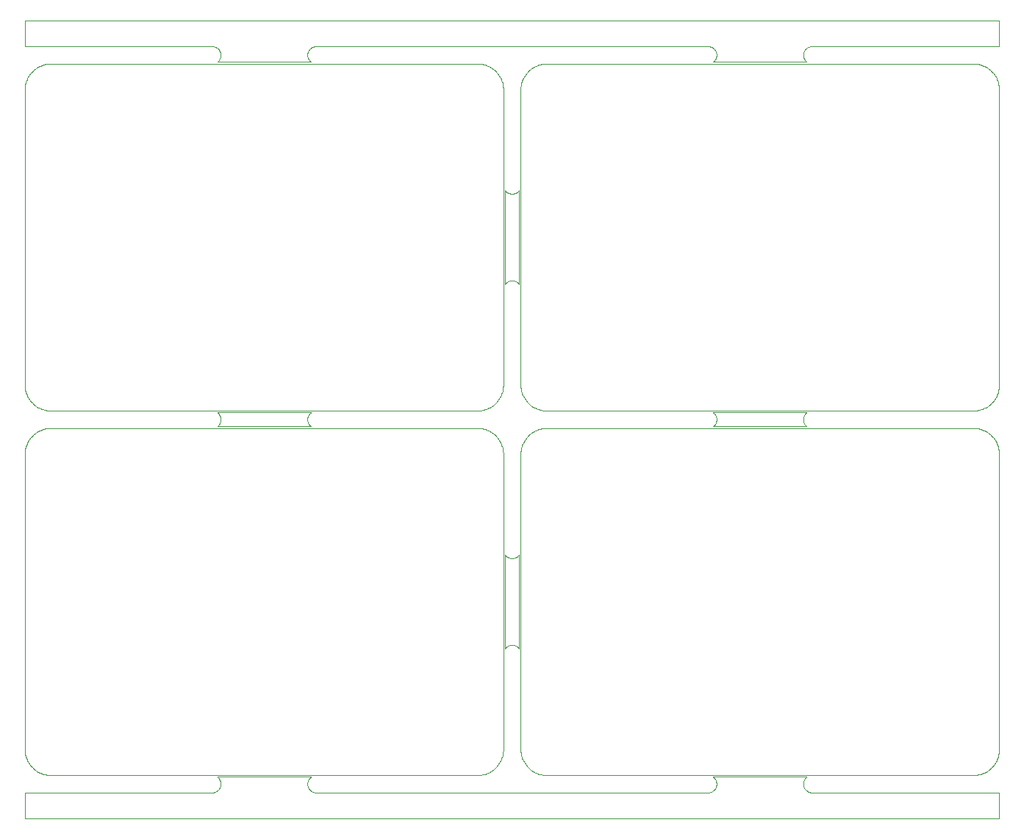
<source format=gm1>
G04 #@! TF.GenerationSoftware,KiCad,Pcbnew,5.1.9+dfsg1-1+deb11u1*
G04 #@! TF.CreationDate,2022-10-19T12:30:35+02:00*
G04 #@! TF.ProjectId,ulx4m-panel,756c7834-6d2d-4706-916e-656c2e6b6963,v0.0.3*
G04 #@! TF.SameCoordinates,Original*
G04 #@! TF.FileFunction,Profile,NP*
%FSLAX46Y46*%
G04 Gerber Fmt 4.6, Leading zero omitted, Abs format (unit mm)*
G04 Created by KiCad (PCBNEW 5.1.9+dfsg1-1+deb11u1) date 2022-10-19 12:30:35*
%MOMM*%
%LPD*%
G01*
G04 APERTURE LIST*
G04 #@! TA.AperFunction,Profile*
%ADD10C,0.100000*%
G04 #@! TD*
G04 APERTURE END LIST*
D10*
X22298563Y-87322812D02*
X22298563Y-87322812D01*
X22265060Y-87287620D02*
X22298563Y-87322812D01*
X22229871Y-87254114D02*
X22265060Y-87287620D01*
X22193081Y-87222376D02*
X22229871Y-87254114D01*
X22161430Y-87197673D02*
X22193081Y-87222376D01*
X32948691Y-87198516D02*
X22161430Y-87197673D01*
X32916986Y-87223257D02*
X32948691Y-87198516D01*
X32880189Y-87254995D02*
X32916986Y-87223257D01*
X32844993Y-87288501D02*
X32880189Y-87254995D01*
X32811484Y-87323694D02*
X32844993Y-87288501D01*
X32779743Y-87360489D02*
X32811484Y-87323694D01*
X32749845Y-87398797D02*
X32779743Y-87360489D01*
X32721863Y-87438525D02*
X32749845Y-87398797D01*
X32695864Y-87479579D02*
X32721863Y-87438525D01*
X32671912Y-87521860D02*
X32695864Y-87479579D01*
X32650062Y-87565264D02*
X32671912Y-87521860D01*
X32630369Y-87609689D02*
X32650062Y-87565264D01*
X32612879Y-87655027D02*
X32630369Y-87609689D01*
X32597636Y-87701168D02*
X32612879Y-87655027D01*
X32584674Y-87748001D02*
X32597636Y-87701168D01*
X32574027Y-87795414D02*
X32584674Y-87748001D01*
X32565719Y-87843292D02*
X32574027Y-87795414D01*
X32559770Y-87891521D02*
X32565719Y-87843292D01*
X32556195Y-87939983D02*
X32559770Y-87891521D01*
X32555000Y-87988685D02*
X32556195Y-87939983D01*
X32555000Y-88009891D02*
X32555000Y-87988685D01*
X32556195Y-88058590D02*
X32555000Y-88009891D01*
X32559770Y-88107050D02*
X32556195Y-88058590D01*
X32565718Y-88155276D02*
X32559770Y-88107050D01*
X32574025Y-88203152D02*
X32565718Y-88155276D01*
X32584671Y-88250563D02*
X32574025Y-88203152D01*
X32597631Y-88297394D02*
X32584671Y-88250563D01*
X32612874Y-88343533D02*
X32597631Y-88297394D01*
X32630362Y-88388869D02*
X32612874Y-88343533D01*
X32650053Y-88433292D02*
X32630362Y-88388869D01*
X32671900Y-88476695D02*
X32650053Y-88433292D01*
X32695851Y-88518974D02*
X32671900Y-88476695D01*
X32721847Y-88560026D02*
X32695851Y-88518974D01*
X32749826Y-88599754D02*
X32721847Y-88560026D01*
X32779721Y-88638061D02*
X32749826Y-88599754D01*
X32811460Y-88674855D02*
X32779721Y-88638061D01*
X32844966Y-88710047D02*
X32811460Y-88674855D01*
X32880158Y-88743553D02*
X32844966Y-88710047D01*
X32916952Y-88775292D02*
X32880158Y-88743553D01*
X32955259Y-88805187D02*
X32916952Y-88775292D01*
X32994987Y-88833166D02*
X32955259Y-88805187D01*
X33036039Y-88859162D02*
X32994987Y-88833166D01*
X33078318Y-88883113D02*
X33036039Y-88859162D01*
X33121721Y-88904960D02*
X33078318Y-88883113D01*
X33166144Y-88924651D02*
X33121721Y-88904960D01*
X33211480Y-88942139D02*
X33166144Y-88924651D01*
X33257619Y-88957382D02*
X33211480Y-88942139D01*
X33304450Y-88970342D02*
X33257619Y-88957382D01*
X33351861Y-88980988D02*
X33304450Y-88970342D01*
X33399737Y-88989295D02*
X33351861Y-88980988D01*
X33447963Y-88995243D02*
X33399737Y-88989295D01*
X33496423Y-88998818D02*
X33447963Y-88995243D01*
X33545122Y-89000014D02*
X33496423Y-88998818D01*
X78674879Y-89000014D02*
X33545122Y-89000014D01*
X78723578Y-88998818D02*
X78674879Y-89000014D01*
X78772038Y-88995243D02*
X78723578Y-88998818D01*
X78820264Y-88989295D02*
X78772038Y-88995243D01*
X78868140Y-88980988D02*
X78820264Y-88989295D01*
X78915551Y-88970342D02*
X78868140Y-88980988D01*
X78962382Y-88957382D02*
X78915551Y-88970342D01*
X79008521Y-88942139D02*
X78962382Y-88957382D01*
X79053857Y-88924651D02*
X79008521Y-88942139D01*
X79098280Y-88904960D02*
X79053857Y-88924651D01*
X79141683Y-88883113D02*
X79098280Y-88904960D01*
X79183962Y-88859162D02*
X79141683Y-88883113D01*
X79225014Y-88833166D02*
X79183962Y-88859162D01*
X79264742Y-88805187D02*
X79225014Y-88833166D01*
X79303049Y-88775292D02*
X79264742Y-88805187D01*
X79339843Y-88743553D02*
X79303049Y-88775292D01*
X79375035Y-88710047D02*
X79339843Y-88743553D01*
X79408541Y-88674855D02*
X79375035Y-88710047D01*
X79440280Y-88638061D02*
X79408541Y-88674855D01*
X79470175Y-88599754D02*
X79440280Y-88638061D01*
X79498154Y-88560026D02*
X79470175Y-88599754D01*
X79524150Y-88518974D02*
X79498154Y-88560026D01*
X79548101Y-88476695D02*
X79524150Y-88518974D01*
X79569948Y-88433292D02*
X79548101Y-88476695D01*
X79589639Y-88388869D02*
X79569948Y-88433292D01*
X79607127Y-88343533D02*
X79589639Y-88388869D01*
X79622370Y-88297394D02*
X79607127Y-88343533D01*
X79635330Y-88250563D02*
X79622370Y-88297394D01*
X79645976Y-88203152D02*
X79635330Y-88250563D01*
X79654283Y-88155276D02*
X79645976Y-88203152D01*
X79660231Y-88107050D02*
X79654283Y-88155276D01*
X79663806Y-88058590D02*
X79660231Y-88107050D01*
X79665002Y-88009891D02*
X79663806Y-88058590D01*
X79665002Y-87987749D02*
X79665002Y-88009891D01*
X79663806Y-87939052D02*
X79665002Y-87987749D01*
X79660232Y-87890594D02*
X79663806Y-87939052D01*
X79654284Y-87842370D02*
X79660232Y-87890594D01*
X79645978Y-87794497D02*
X79654284Y-87842370D01*
X79635332Y-87747088D02*
X79645978Y-87794497D01*
X79622374Y-87700259D02*
X79635332Y-87747088D01*
X79607133Y-87654122D02*
X79622374Y-87700259D01*
X79589647Y-87608788D02*
X79607133Y-87654122D01*
X79569957Y-87564367D02*
X79589647Y-87608788D01*
X79548112Y-87520966D02*
X79569957Y-87564367D01*
X79524164Y-87478689D02*
X79548112Y-87520966D01*
X79498170Y-87437637D02*
X79524164Y-87478689D01*
X79470193Y-87397911D02*
X79498170Y-87437637D01*
X79440301Y-87359605D02*
X79470193Y-87397911D01*
X79408565Y-87322812D02*
X79440301Y-87359605D01*
X79375062Y-87287620D02*
X79408565Y-87322812D01*
X79339873Y-87254114D02*
X79375062Y-87287620D01*
X79303083Y-87222376D02*
X79339873Y-87254114D01*
X79271432Y-87197673D02*
X79303083Y-87222376D01*
X90058693Y-87198516D02*
X79271432Y-87197673D01*
X90026988Y-87223257D02*
X90058693Y-87198516D01*
X89990191Y-87254995D02*
X90026988Y-87223257D01*
X89954995Y-87288501D02*
X89990191Y-87254995D01*
X89921486Y-87323694D02*
X89954995Y-87288501D01*
X89889745Y-87360489D02*
X89921486Y-87323694D01*
X89859847Y-87398797D02*
X89889745Y-87360489D01*
X89831865Y-87438525D02*
X89859847Y-87398797D01*
X89805866Y-87479579D02*
X89831865Y-87438525D01*
X89781914Y-87521860D02*
X89805866Y-87479579D01*
X89760064Y-87565264D02*
X89781914Y-87521860D01*
X89740371Y-87609689D02*
X89760064Y-87565264D01*
X89722881Y-87655027D02*
X89740371Y-87609689D01*
X89707638Y-87701168D02*
X89722881Y-87655027D01*
X89694676Y-87748001D02*
X89707638Y-87701168D01*
X89684029Y-87795414D02*
X89694676Y-87748001D01*
X89675721Y-87843292D02*
X89684029Y-87795414D01*
X89669772Y-87891521D02*
X89675721Y-87843292D01*
X89666197Y-87939983D02*
X89669772Y-87891521D01*
X89665002Y-87988685D02*
X89666197Y-87939983D01*
X89665002Y-88009891D02*
X89665002Y-87988685D01*
X89666197Y-88058590D02*
X89665002Y-88009891D01*
X89669772Y-88107050D02*
X89666197Y-88058590D01*
X89675720Y-88155276D02*
X89669772Y-88107050D01*
X89684027Y-88203152D02*
X89675720Y-88155276D01*
X89694673Y-88250563D02*
X89684027Y-88203152D01*
X89707633Y-88297394D02*
X89694673Y-88250563D01*
X89722876Y-88343533D02*
X89707633Y-88297394D01*
X89740364Y-88388869D02*
X89722876Y-88343533D01*
X89760055Y-88433292D02*
X89740364Y-88388869D01*
X89781902Y-88476695D02*
X89760055Y-88433292D01*
X89805853Y-88518974D02*
X89781902Y-88476695D01*
X89831849Y-88560026D02*
X89805853Y-88518974D01*
X89859828Y-88599754D02*
X89831849Y-88560026D01*
X89889723Y-88638061D02*
X89859828Y-88599754D01*
X89921462Y-88674855D02*
X89889723Y-88638061D01*
X89954968Y-88710047D02*
X89921462Y-88674855D01*
X89990160Y-88743553D02*
X89954968Y-88710047D01*
X90026954Y-88775292D02*
X89990160Y-88743553D01*
X90065261Y-88805187D02*
X90026954Y-88775292D01*
X90104989Y-88833166D02*
X90065261Y-88805187D01*
X90146041Y-88859162D02*
X90104989Y-88833166D01*
X90188320Y-88883113D02*
X90146041Y-88859162D01*
X90231723Y-88904960D02*
X90188320Y-88883113D01*
X90276146Y-88924651D02*
X90231723Y-88904960D01*
X90321482Y-88942139D02*
X90276146Y-88924651D01*
X90367621Y-88957382D02*
X90321482Y-88942139D01*
X90414452Y-88970342D02*
X90367621Y-88957382D01*
X90461863Y-88980988D02*
X90414452Y-88970342D01*
X90509739Y-88989295D02*
X90461863Y-88980988D01*
X90557965Y-88995243D02*
X90509739Y-88989295D01*
X90606425Y-88998818D02*
X90557965Y-88995243D01*
X90655124Y-89000014D02*
X90606425Y-88998818D01*
X112207729Y-89000014D02*
X90655124Y-89000014D01*
X112207974Y-89000017D02*
X112207729Y-89000014D01*
X112210192Y-89000071D02*
X112207974Y-89000017D01*
X112210683Y-89000095D02*
X112210192Y-89000071D01*
X112211171Y-89000143D02*
X112210683Y-89000095D01*
X112211657Y-89000215D02*
X112211171Y-89000143D01*
X112212138Y-89000311D02*
X112211657Y-89000215D01*
X112212614Y-89000430D02*
X112212138Y-89000311D01*
X112213084Y-89000573D02*
X112212614Y-89000430D01*
X112213546Y-89000738D02*
X112213084Y-89000573D01*
X112213999Y-89000926D02*
X112213546Y-89000738D01*
X112214443Y-89001136D02*
X112213999Y-89000926D01*
X112214876Y-89001367D02*
X112214443Y-89001136D01*
X112215297Y-89001619D02*
X112214876Y-89001367D01*
X112215705Y-89001892D02*
X112215297Y-89001619D01*
X112216099Y-89002184D02*
X112215705Y-89001892D01*
X112216479Y-89002496D02*
X112216099Y-89002184D01*
X112216842Y-89002825D02*
X112216479Y-89002496D01*
X112217190Y-89003173D02*
X112216842Y-89002825D01*
X112217519Y-89003536D02*
X112217190Y-89003173D01*
X112217831Y-89003916D02*
X112217519Y-89003536D01*
X112218123Y-89004310D02*
X112217831Y-89003916D01*
X112218396Y-89004718D02*
X112218123Y-89004310D01*
X112218648Y-89005139D02*
X112218396Y-89004718D01*
X112218879Y-89005572D02*
X112218648Y-89005139D01*
X112219089Y-89006016D02*
X112218879Y-89005572D01*
X112219277Y-89006469D02*
X112219089Y-89006016D01*
X112219442Y-89006931D02*
X112219277Y-89006469D01*
X112219585Y-89007401D02*
X112219442Y-89006931D01*
X112219704Y-89007877D02*
X112219585Y-89007401D01*
X112219800Y-89008358D02*
X112219704Y-89007877D01*
X112219872Y-89008844D02*
X112219800Y-89008358D01*
X112219920Y-89009332D02*
X112219872Y-89008844D01*
X112219944Y-89009823D02*
X112219920Y-89009332D01*
X112219998Y-89012041D02*
X112219944Y-89009823D01*
X112220002Y-89012286D02*
X112219998Y-89012041D01*
X112220002Y-91987741D02*
X112220002Y-89012286D01*
X112219998Y-91987986D02*
X112220002Y-91987741D01*
X112219944Y-91990204D02*
X112219998Y-91987986D01*
X112219920Y-91990695D02*
X112219944Y-91990204D01*
X112219872Y-91991183D02*
X112219920Y-91990695D01*
X112219800Y-91991669D02*
X112219872Y-91991183D01*
X112219704Y-91992150D02*
X112219800Y-91991669D01*
X112219585Y-91992626D02*
X112219704Y-91992150D01*
X112219442Y-91993096D02*
X112219585Y-91992626D01*
X112219277Y-91993558D02*
X112219442Y-91993096D01*
X112219089Y-91994011D02*
X112219277Y-91993558D01*
X112218879Y-91994455D02*
X112219089Y-91994011D01*
X112218648Y-91994888D02*
X112218879Y-91994455D01*
X112218396Y-91995309D02*
X112218648Y-91994888D01*
X112218123Y-91995717D02*
X112218396Y-91995309D01*
X112217831Y-91996111D02*
X112218123Y-91995717D01*
X112217519Y-91996491D02*
X112217831Y-91996111D01*
X112217190Y-91996854D02*
X112217519Y-91996491D01*
X112216842Y-91997202D02*
X112217190Y-91996854D01*
X112216479Y-91997531D02*
X112216842Y-91997202D01*
X112216099Y-91997843D02*
X112216479Y-91997531D01*
X112215705Y-91998135D02*
X112216099Y-91997843D01*
X112215297Y-91998408D02*
X112215705Y-91998135D01*
X112214876Y-91998660D02*
X112215297Y-91998408D01*
X112214443Y-91998891D02*
X112214876Y-91998660D01*
X112213999Y-91999101D02*
X112214443Y-91998891D01*
X112213546Y-91999289D02*
X112213999Y-91999101D01*
X112213084Y-91999454D02*
X112213546Y-91999289D01*
X112212614Y-91999597D02*
X112213084Y-91999454D01*
X112212138Y-91999716D02*
X112212614Y-91999597D01*
X112211657Y-91999812D02*
X112212138Y-91999716D01*
X112211171Y-91999884D02*
X112211657Y-91999812D01*
X112210683Y-91999932D02*
X112211171Y-91999884D01*
X112210192Y-91999956D02*
X112210683Y-91999932D01*
X112207974Y-92000010D02*
X112210192Y-91999956D01*
X112207729Y-92000014D02*
X112207974Y-92000010D01*
X12272Y-92000014D02*
X112207729Y-92000014D01*
X12027Y-92000010D02*
X12272Y-92000014D01*
X9809Y-91999956D02*
X12027Y-92000010D01*
X9318Y-91999932D02*
X9809Y-91999956D01*
X8830Y-91999884D02*
X9318Y-91999932D01*
X8344Y-91999812D02*
X8830Y-91999884D01*
X7863Y-91999716D02*
X8344Y-91999812D01*
X7387Y-91999597D02*
X7863Y-91999716D01*
X6917Y-91999454D02*
X7387Y-91999597D01*
X6455Y-91999289D02*
X6917Y-91999454D01*
X6002Y-91999101D02*
X6455Y-91999289D01*
X5558Y-91998891D02*
X6002Y-91999101D01*
X5125Y-91998660D02*
X5558Y-91998891D01*
X4704Y-91998408D02*
X5125Y-91998660D01*
X4296Y-91998135D02*
X4704Y-91998408D01*
X3902Y-91997843D02*
X4296Y-91998135D01*
X3522Y-91997531D02*
X3902Y-91997843D01*
X3159Y-91997202D02*
X3522Y-91997531D01*
X2811Y-91996854D02*
X3159Y-91997202D01*
X2482Y-91996491D02*
X2811Y-91996854D01*
X2170Y-91996111D02*
X2482Y-91996491D01*
X1878Y-91995717D02*
X2170Y-91996111D01*
X1605Y-91995309D02*
X1878Y-91995717D01*
X1353Y-91994888D02*
X1605Y-91995309D01*
X1122Y-91994455D02*
X1353Y-91994888D01*
X912Y-91994011D02*
X1122Y-91994455D01*
X724Y-91993558D02*
X912Y-91994011D01*
X559Y-91993096D02*
X724Y-91993558D01*
X416Y-91992626D02*
X559Y-91993096D01*
X297Y-91992150D02*
X416Y-91992626D01*
X201Y-91991669D02*
X297Y-91992150D01*
X129Y-91991183D02*
X201Y-91991669D01*
X81Y-91990695D02*
X129Y-91991183D01*
X57Y-91990204D02*
X81Y-91990695D01*
X3Y-91987986D02*
X57Y-91990204D01*
X0Y-91987741D02*
X3Y-91987986D01*
X0Y-89012286D02*
X0Y-91987741D01*
X3Y-89012041D02*
X0Y-89012286D01*
X57Y-89009823D02*
X3Y-89012041D01*
X81Y-89009332D02*
X57Y-89009823D01*
X129Y-89008844D02*
X81Y-89009332D01*
X201Y-89008358D02*
X129Y-89008844D01*
X297Y-89007877D02*
X201Y-89008358D01*
X416Y-89007401D02*
X297Y-89007877D01*
X559Y-89006931D02*
X416Y-89007401D01*
X724Y-89006469D02*
X559Y-89006931D01*
X912Y-89006016D02*
X724Y-89006469D01*
X1122Y-89005572D02*
X912Y-89006016D01*
X1353Y-89005139D02*
X1122Y-89005572D01*
X1605Y-89004718D02*
X1353Y-89005139D01*
X1878Y-89004310D02*
X1605Y-89004718D01*
X2170Y-89003916D02*
X1878Y-89004310D01*
X2482Y-89003536D02*
X2170Y-89003916D01*
X2811Y-89003173D02*
X2482Y-89003536D01*
X3159Y-89002825D02*
X2811Y-89003173D01*
X3522Y-89002496D02*
X3159Y-89002825D01*
X3902Y-89002184D02*
X3522Y-89002496D01*
X4296Y-89001892D02*
X3902Y-89002184D01*
X4704Y-89001619D02*
X4296Y-89001892D01*
X5125Y-89001367D02*
X4704Y-89001619D01*
X5558Y-89001136D02*
X5125Y-89001367D01*
X6002Y-89000926D02*
X5558Y-89001136D01*
X6455Y-89000738D02*
X6002Y-89000926D01*
X6917Y-89000573D02*
X6455Y-89000738D01*
X7387Y-89000430D02*
X6917Y-89000573D01*
X7863Y-89000311D02*
X7387Y-89000430D01*
X8344Y-89000215D02*
X7863Y-89000311D01*
X8830Y-89000143D02*
X8344Y-89000215D01*
X9318Y-89000095D02*
X8830Y-89000143D01*
X9809Y-89000071D02*
X9318Y-89000095D01*
X12027Y-89000017D02*
X9809Y-89000071D01*
X12272Y-89000014D02*
X12027Y-89000017D01*
X21564877Y-89000014D02*
X12272Y-89000014D01*
X21613576Y-88998818D02*
X21564877Y-89000014D01*
X21662036Y-88995243D02*
X21613576Y-88998818D01*
X21710262Y-88989295D02*
X21662036Y-88995243D01*
X21758138Y-88980988D02*
X21710262Y-88989295D01*
X21805549Y-88970342D02*
X21758138Y-88980988D01*
X21852380Y-88957382D02*
X21805549Y-88970342D01*
X21898519Y-88942139D02*
X21852380Y-88957382D01*
X21943855Y-88924651D02*
X21898519Y-88942139D01*
X21988278Y-88904960D02*
X21943855Y-88924651D01*
X22031681Y-88883113D02*
X21988278Y-88904960D01*
X22073960Y-88859162D02*
X22031681Y-88883113D01*
X22115012Y-88833166D02*
X22073960Y-88859162D01*
X22154740Y-88805187D02*
X22115012Y-88833166D01*
X22193047Y-88775292D02*
X22154740Y-88805187D01*
X22229841Y-88743553D02*
X22193047Y-88775292D01*
X22265033Y-88710047D02*
X22229841Y-88743553D01*
X22298539Y-88674855D02*
X22265033Y-88710047D01*
X22330278Y-88638061D02*
X22298539Y-88674855D01*
X22360173Y-88599754D02*
X22330278Y-88638061D01*
X22388152Y-88560026D02*
X22360173Y-88599754D01*
X22414148Y-88518974D02*
X22388152Y-88560026D01*
X22438099Y-88476695D02*
X22414148Y-88518974D01*
X22459946Y-88433292D02*
X22438099Y-88476695D01*
X22479637Y-88388869D02*
X22459946Y-88433292D01*
X22497125Y-88343533D02*
X22479637Y-88388869D01*
X22512368Y-88297394D02*
X22497125Y-88343533D01*
X22525328Y-88250563D02*
X22512368Y-88297394D01*
X22535974Y-88203152D02*
X22525328Y-88250563D01*
X22544281Y-88155276D02*
X22535974Y-88203152D01*
X22550229Y-88107050D02*
X22544281Y-88155276D01*
X22553804Y-88058590D02*
X22550229Y-88107050D01*
X22555000Y-88009891D02*
X22553804Y-88058590D01*
X22555000Y-87987749D02*
X22555000Y-88009891D01*
X22553804Y-87939052D02*
X22555000Y-87987749D01*
X22550230Y-87890594D02*
X22553804Y-87939052D01*
X22544282Y-87842370D02*
X22550230Y-87890594D01*
X22535976Y-87794497D02*
X22544282Y-87842370D01*
X22525330Y-87747088D02*
X22535976Y-87794497D01*
X22512372Y-87700259D02*
X22525330Y-87747088D01*
X22497131Y-87654122D02*
X22512372Y-87700259D01*
X22479645Y-87608788D02*
X22497131Y-87654122D01*
X22459955Y-87564367D02*
X22479645Y-87608788D01*
X22438110Y-87520966D02*
X22459955Y-87564367D01*
X22414162Y-87478689D02*
X22438110Y-87520966D01*
X22388168Y-87437637D02*
X22414162Y-87478689D01*
X22360191Y-87397911D02*
X22388168Y-87437637D01*
X22330299Y-87359605D02*
X22360191Y-87397911D01*
X22298563Y-87322812D02*
X22330299Y-87359605D01*
X55432604Y-72256436D02*
X55432604Y-72256436D01*
X55397413Y-72289937D02*
X55432604Y-72256436D01*
X55363907Y-72325125D02*
X55397413Y-72289937D01*
X55332169Y-72361915D02*
X55363907Y-72325125D01*
X55307474Y-72393553D02*
X55332169Y-72361915D01*
X55308691Y-61606292D02*
X55307474Y-72393553D01*
X55333440Y-61638009D02*
X55308691Y-61606292D01*
X55365179Y-61674808D02*
X55333440Y-61638009D01*
X55398685Y-61710005D02*
X55365179Y-61674808D01*
X55433878Y-61743515D02*
X55398685Y-61710005D01*
X55470673Y-61775258D02*
X55433878Y-61743515D01*
X55508981Y-61805157D02*
X55470673Y-61775258D01*
X55548710Y-61833140D02*
X55508981Y-61805157D01*
X55589765Y-61859140D02*
X55548710Y-61833140D01*
X55632046Y-61883093D02*
X55589765Y-61859140D01*
X55675451Y-61904944D02*
X55632046Y-61883093D01*
X55719877Y-61924638D02*
X55675451Y-61904944D01*
X55765215Y-61942128D02*
X55719877Y-61924638D01*
X55811357Y-61957372D02*
X55765215Y-61942128D01*
X55858191Y-61970334D02*
X55811357Y-61957372D01*
X55905605Y-61980982D02*
X55858191Y-61970334D01*
X55953485Y-61989291D02*
X55905605Y-61980982D01*
X56001714Y-61995240D02*
X55953485Y-61989291D01*
X56050178Y-61998815D02*
X56001714Y-61995240D01*
X56098881Y-62000011D02*
X56050178Y-61998815D01*
X56122471Y-62000011D02*
X56098881Y-62000011D01*
X56171167Y-61998815D02*
X56122471Y-62000011D01*
X56219623Y-61995241D02*
X56171167Y-61998815D01*
X56267846Y-61989294D02*
X56219623Y-61995241D01*
X56315719Y-61980988D02*
X56267846Y-61989294D01*
X56363126Y-61970343D02*
X56315719Y-61980988D01*
X56409954Y-61957385D02*
X56363126Y-61970343D01*
X56456090Y-61942145D02*
X56409954Y-61957385D01*
X56501423Y-61924659D02*
X56456090Y-61942145D01*
X56545843Y-61904971D02*
X56501423Y-61924659D01*
X56589244Y-61883126D02*
X56545843Y-61904971D01*
X56631521Y-61859179D02*
X56589244Y-61883126D01*
X56672571Y-61833186D02*
X56631521Y-61859179D01*
X56712297Y-61805211D02*
X56672571Y-61833186D01*
X56750603Y-61775319D02*
X56712297Y-61805211D01*
X56787396Y-61743585D02*
X56750603Y-61775319D01*
X56822588Y-61710084D02*
X56787396Y-61743585D01*
X56856093Y-61674896D02*
X56822588Y-61710084D01*
X56887832Y-61638106D02*
X56856093Y-61674896D01*
X56912526Y-61606468D02*
X56887832Y-61638106D01*
X56911310Y-72393729D02*
X56912526Y-61606468D01*
X56886561Y-72362012D02*
X56911310Y-72393729D01*
X56854822Y-72325213D02*
X56886561Y-72362012D01*
X56821316Y-72290016D02*
X56854822Y-72325213D01*
X56786123Y-72256506D02*
X56821316Y-72290016D01*
X56749328Y-72224763D02*
X56786123Y-72256506D01*
X56711020Y-72194864D02*
X56749328Y-72224763D01*
X56671290Y-72166881D02*
X56711020Y-72194864D01*
X56630236Y-72140881D02*
X56671290Y-72166881D01*
X56587955Y-72116928D02*
X56630236Y-72140881D01*
X56544549Y-72095077D02*
X56587955Y-72116928D01*
X56500124Y-72075383D02*
X56544549Y-72095077D01*
X56454786Y-72057893D02*
X56500124Y-72075383D01*
X56408644Y-72042649D02*
X56454786Y-72057893D01*
X56361809Y-72029687D02*
X56408644Y-72042649D01*
X56314395Y-72019039D02*
X56361809Y-72029687D01*
X56266516Y-72010730D02*
X56314395Y-72019039D01*
X56218286Y-72004781D02*
X56266516Y-72010730D01*
X56169823Y-72001206D02*
X56218286Y-72004781D01*
X56121120Y-72000011D02*
X56169823Y-72001206D01*
X56097530Y-72000011D02*
X56121120Y-72000011D01*
X56048834Y-72001206D02*
X56097530Y-72000011D01*
X56000377Y-72004780D02*
X56048834Y-72001206D01*
X55952155Y-72010727D02*
X56000377Y-72004780D01*
X55904282Y-72019033D02*
X55952155Y-72010727D01*
X55856874Y-72029678D02*
X55904282Y-72019033D01*
X55810046Y-72042636D02*
X55856874Y-72029678D01*
X55763910Y-72057876D02*
X55810046Y-72042636D01*
X55718577Y-72075362D02*
X55763910Y-72057876D01*
X55674157Y-72095050D02*
X55718577Y-72075362D01*
X55630756Y-72116895D02*
X55674157Y-72095050D01*
X55588480Y-72140842D02*
X55630756Y-72116895D01*
X55547429Y-72166835D02*
X55588480Y-72140842D01*
X55507703Y-72194810D02*
X55547429Y-72166835D01*
X55469397Y-72224701D02*
X55507703Y-72194810D01*
X55432604Y-72256436D02*
X55469397Y-72224701D01*
X89954941Y-46712406D02*
X89954941Y-46712406D01*
X89990130Y-46745911D02*
X89954941Y-46712406D01*
X90026920Y-46777650D02*
X89990130Y-46745911D01*
X90058571Y-46802353D02*
X90026920Y-46777650D01*
X79271310Y-46801508D02*
X90058571Y-46802353D01*
X79303015Y-46776767D02*
X79271310Y-46801508D01*
X79339812Y-46745029D02*
X79303015Y-46776767D01*
X79375008Y-46711522D02*
X79339812Y-46745029D01*
X79408516Y-46676330D02*
X79375008Y-46711522D01*
X79440258Y-46639535D02*
X79408516Y-46676330D01*
X79470156Y-46601227D02*
X79440258Y-46639535D01*
X79498138Y-46561499D02*
X79470156Y-46601227D01*
X79524137Y-46520445D02*
X79498138Y-46561499D01*
X79548089Y-46478164D02*
X79524137Y-46520445D01*
X79569939Y-46434759D02*
X79548089Y-46478164D01*
X79589632Y-46390335D02*
X79569939Y-46434759D01*
X79607122Y-46344997D02*
X79589632Y-46390335D01*
X79622365Y-46298856D02*
X79607122Y-46344997D01*
X79635327Y-46252023D02*
X79622365Y-46298856D01*
X79645974Y-46204610D02*
X79635327Y-46252023D01*
X79654282Y-46156731D02*
X79645974Y-46204610D01*
X79660231Y-46108503D02*
X79654282Y-46156731D01*
X79663806Y-46060041D02*
X79660231Y-46108503D01*
X79665002Y-46011339D02*
X79663806Y-46060041D01*
X79665002Y-45987741D02*
X79665002Y-46011339D01*
X79663806Y-45939044D02*
X79665002Y-45987741D01*
X79660232Y-45890586D02*
X79663806Y-45939044D01*
X79654284Y-45842362D02*
X79660232Y-45890586D01*
X79645978Y-45794489D02*
X79654284Y-45842362D01*
X79635332Y-45747080D02*
X79645978Y-45794489D01*
X79622374Y-45700251D02*
X79635332Y-45747080D01*
X79607133Y-45654114D02*
X79622374Y-45700251D01*
X79589647Y-45608780D02*
X79607133Y-45654114D01*
X79569957Y-45564359D02*
X79589647Y-45608780D01*
X79548112Y-45520958D02*
X79569957Y-45564359D01*
X79524164Y-45478681D02*
X79548112Y-45520958D01*
X79498170Y-45437629D02*
X79524164Y-45478681D01*
X79470193Y-45397903D02*
X79498170Y-45437629D01*
X79440301Y-45359597D02*
X79470193Y-45397903D01*
X79408565Y-45322804D02*
X79440301Y-45359597D01*
X79375062Y-45287612D02*
X79408565Y-45322804D01*
X79339873Y-45254106D02*
X79375062Y-45287612D01*
X79303083Y-45222368D02*
X79339873Y-45254106D01*
X79271432Y-45197665D02*
X79303083Y-45222368D01*
X90058693Y-45198508D02*
X79271432Y-45197665D01*
X90026988Y-45223249D02*
X90058693Y-45198508D01*
X89990191Y-45254987D02*
X90026988Y-45223249D01*
X89954995Y-45288493D02*
X89990191Y-45254987D01*
X89921486Y-45323686D02*
X89954995Y-45288493D01*
X89889745Y-45360481D02*
X89921486Y-45323686D01*
X89859847Y-45398789D02*
X89889745Y-45360481D01*
X89831865Y-45438517D02*
X89859847Y-45398789D01*
X89805866Y-45479571D02*
X89831865Y-45438517D01*
X89781914Y-45521852D02*
X89805866Y-45479571D01*
X89760064Y-45565256D02*
X89781914Y-45521852D01*
X89740371Y-45609681D02*
X89760064Y-45565256D01*
X89722881Y-45655019D02*
X89740371Y-45609681D01*
X89707638Y-45701160D02*
X89722881Y-45655019D01*
X89694676Y-45747993D02*
X89707638Y-45701160D01*
X89684029Y-45795406D02*
X89694676Y-45747993D01*
X89675721Y-45843284D02*
X89684029Y-45795406D01*
X89669772Y-45891513D02*
X89675721Y-45843284D01*
X89666197Y-45939975D02*
X89669772Y-45891513D01*
X89665002Y-45988677D02*
X89666197Y-45939975D01*
X89665002Y-46012277D02*
X89665002Y-45988677D01*
X89666197Y-46060974D02*
X89665002Y-46012277D01*
X89669771Y-46109432D02*
X89666197Y-46060974D01*
X89675719Y-46157655D02*
X89669771Y-46109432D01*
X89684025Y-46205529D02*
X89675719Y-46157655D01*
X89694671Y-46252938D02*
X89684025Y-46205529D01*
X89707629Y-46299767D02*
X89694671Y-46252938D01*
X89722870Y-46345904D02*
X89707629Y-46299767D01*
X89740356Y-46391237D02*
X89722870Y-46345904D01*
X89760045Y-46435658D02*
X89740356Y-46391237D01*
X89781891Y-46479060D02*
X89760045Y-46435658D01*
X89805839Y-46521337D02*
X89781891Y-46479060D01*
X89831833Y-46562388D02*
X89805839Y-46521337D01*
X89859810Y-46602115D02*
X89831833Y-46562388D01*
X89889702Y-46640421D02*
X89859810Y-46602115D01*
X89921438Y-46677214D02*
X89889702Y-46640421D01*
X89954941Y-46712406D02*
X89921438Y-46677214D01*
X22298563Y-45322804D02*
X22298563Y-45322804D01*
X22265060Y-45287612D02*
X22298563Y-45322804D01*
X22229871Y-45254106D02*
X22265060Y-45287612D01*
X22193081Y-45222368D02*
X22229871Y-45254106D01*
X22161430Y-45197665D02*
X22193081Y-45222368D01*
X32948691Y-45198508D02*
X22161430Y-45197665D01*
X32916986Y-45223249D02*
X32948691Y-45198508D01*
X32880189Y-45254987D02*
X32916986Y-45223249D01*
X32844993Y-45288493D02*
X32880189Y-45254987D01*
X32811484Y-45323686D02*
X32844993Y-45288493D01*
X32779743Y-45360481D02*
X32811484Y-45323686D01*
X32749845Y-45398789D02*
X32779743Y-45360481D01*
X32721863Y-45438517D02*
X32749845Y-45398789D01*
X32695864Y-45479571D02*
X32721863Y-45438517D01*
X32671912Y-45521852D02*
X32695864Y-45479571D01*
X32650062Y-45565256D02*
X32671912Y-45521852D01*
X32630369Y-45609681D02*
X32650062Y-45565256D01*
X32612879Y-45655019D02*
X32630369Y-45609681D01*
X32597636Y-45701160D02*
X32612879Y-45655019D01*
X32584674Y-45747993D02*
X32597636Y-45701160D01*
X32574027Y-45795406D02*
X32584674Y-45747993D01*
X32565719Y-45843284D02*
X32574027Y-45795406D01*
X32559770Y-45891513D02*
X32565719Y-45843284D01*
X32556195Y-45939975D02*
X32559770Y-45891513D01*
X32555000Y-45988677D02*
X32556195Y-45939975D01*
X32555000Y-46012277D02*
X32555000Y-45988677D01*
X32556195Y-46060974D02*
X32555000Y-46012277D01*
X32559769Y-46109432D02*
X32556195Y-46060974D01*
X32565717Y-46157655D02*
X32559769Y-46109432D01*
X32574023Y-46205529D02*
X32565717Y-46157655D01*
X32584669Y-46252938D02*
X32574023Y-46205529D01*
X32597627Y-46299767D02*
X32584669Y-46252938D01*
X32612868Y-46345904D02*
X32597627Y-46299767D01*
X32630354Y-46391237D02*
X32612868Y-46345904D01*
X32650043Y-46435658D02*
X32630354Y-46391237D01*
X32671889Y-46479060D02*
X32650043Y-46435658D01*
X32695837Y-46521337D02*
X32671889Y-46479060D01*
X32721831Y-46562388D02*
X32695837Y-46521337D01*
X32749808Y-46602115D02*
X32721831Y-46562388D01*
X32779700Y-46640421D02*
X32749808Y-46602115D01*
X32811436Y-46677214D02*
X32779700Y-46640421D01*
X32844939Y-46712406D02*
X32811436Y-46677214D01*
X32880128Y-46745911D02*
X32844939Y-46712406D01*
X32916918Y-46777650D02*
X32880128Y-46745911D01*
X32948569Y-46802353D02*
X32916918Y-46777650D01*
X22161308Y-46801508D02*
X32948569Y-46802353D01*
X22193013Y-46776767D02*
X22161308Y-46801508D01*
X22229810Y-46745029D02*
X22193013Y-46776767D01*
X22265006Y-46711522D02*
X22229810Y-46745029D01*
X22298514Y-46676330D02*
X22265006Y-46711522D01*
X22330256Y-46639535D02*
X22298514Y-46676330D01*
X22360154Y-46601227D02*
X22330256Y-46639535D01*
X22388136Y-46561499D02*
X22360154Y-46601227D01*
X22414135Y-46520445D02*
X22388136Y-46561499D01*
X22438087Y-46478164D02*
X22414135Y-46520445D01*
X22459937Y-46434759D02*
X22438087Y-46478164D01*
X22479630Y-46390335D02*
X22459937Y-46434759D01*
X22497120Y-46344997D02*
X22479630Y-46390335D01*
X22512363Y-46298856D02*
X22497120Y-46344997D01*
X22525325Y-46252023D02*
X22512363Y-46298856D01*
X22535972Y-46204610D02*
X22525325Y-46252023D01*
X22544280Y-46156731D02*
X22535972Y-46204610D01*
X22550229Y-46108503D02*
X22544280Y-46156731D01*
X22553804Y-46060041D02*
X22550229Y-46108503D01*
X22555000Y-46011339D02*
X22553804Y-46060041D01*
X22555000Y-45987741D02*
X22555000Y-46011339D01*
X22553804Y-45939044D02*
X22555000Y-45987741D01*
X22550230Y-45890586D02*
X22553804Y-45939044D01*
X22544282Y-45842362D02*
X22550230Y-45890586D01*
X22535976Y-45794489D02*
X22544282Y-45842362D01*
X22525330Y-45747080D02*
X22535976Y-45794489D01*
X22512372Y-45700251D02*
X22525330Y-45747080D01*
X22497131Y-45654114D02*
X22512372Y-45700251D01*
X22479645Y-45608780D02*
X22497131Y-45654114D01*
X22459955Y-45564359D02*
X22479645Y-45608780D01*
X22438110Y-45520958D02*
X22459955Y-45564359D01*
X22414162Y-45478681D02*
X22438110Y-45520958D01*
X22388168Y-45437629D02*
X22414162Y-45478681D01*
X22360191Y-45397903D02*
X22388168Y-45437629D01*
X22330299Y-45359597D02*
X22360191Y-45397903D01*
X22298563Y-45322804D02*
X22330299Y-45359597D01*
X55432604Y-30256428D02*
X55432604Y-30256428D01*
X55397413Y-30289929D02*
X55432604Y-30256428D01*
X55363907Y-30325117D02*
X55397413Y-30289929D01*
X55332169Y-30361907D02*
X55363907Y-30325117D01*
X55307474Y-30393545D02*
X55332169Y-30361907D01*
X55308691Y-19606284D02*
X55307474Y-30393545D01*
X55333440Y-19638001D02*
X55308691Y-19606284D01*
X55365179Y-19674800D02*
X55333440Y-19638001D01*
X55398685Y-19709997D02*
X55365179Y-19674800D01*
X55433878Y-19743507D02*
X55398685Y-19709997D01*
X55470673Y-19775250D02*
X55433878Y-19743507D01*
X55508981Y-19805149D02*
X55470673Y-19775250D01*
X55548710Y-19833132D02*
X55508981Y-19805149D01*
X55589765Y-19859132D02*
X55548710Y-19833132D01*
X55632046Y-19883085D02*
X55589765Y-19859132D01*
X55675451Y-19904936D02*
X55632046Y-19883085D01*
X55719877Y-19924630D02*
X55675451Y-19904936D01*
X55765215Y-19942120D02*
X55719877Y-19924630D01*
X55811357Y-19957364D02*
X55765215Y-19942120D01*
X55858191Y-19970326D02*
X55811357Y-19957364D01*
X55905605Y-19980974D02*
X55858191Y-19970326D01*
X55953485Y-19989283D02*
X55905605Y-19980974D01*
X56001714Y-19995232D02*
X55953485Y-19989283D01*
X56050178Y-19998807D02*
X56001714Y-19995232D01*
X56098881Y-20000003D02*
X56050178Y-19998807D01*
X56122471Y-20000003D02*
X56098881Y-20000003D01*
X56171167Y-19998807D02*
X56122471Y-20000003D01*
X56219623Y-19995233D02*
X56171167Y-19998807D01*
X56267846Y-19989286D02*
X56219623Y-19995233D01*
X56315719Y-19980980D02*
X56267846Y-19989286D01*
X56363126Y-19970335D02*
X56315719Y-19980980D01*
X56409954Y-19957377D02*
X56363126Y-19970335D01*
X56456090Y-19942137D02*
X56409954Y-19957377D01*
X56501423Y-19924651D02*
X56456090Y-19942137D01*
X56545843Y-19904963D02*
X56501423Y-19924651D01*
X56589244Y-19883118D02*
X56545843Y-19904963D01*
X56631521Y-19859171D02*
X56589244Y-19883118D01*
X56672571Y-19833178D02*
X56631521Y-19859171D01*
X56712297Y-19805203D02*
X56672571Y-19833178D01*
X56750603Y-19775311D02*
X56712297Y-19805203D01*
X56787396Y-19743577D02*
X56750603Y-19775311D01*
X56822588Y-19710076D02*
X56787396Y-19743577D01*
X56856093Y-19674888D02*
X56822588Y-19710076D01*
X56887832Y-19638098D02*
X56856093Y-19674888D01*
X56912526Y-19606460D02*
X56887832Y-19638098D01*
X56911310Y-30393721D02*
X56912526Y-19606460D01*
X56886561Y-30362004D02*
X56911310Y-30393721D01*
X56854822Y-30325205D02*
X56886561Y-30362004D01*
X56821316Y-30290008D02*
X56854822Y-30325205D01*
X56786123Y-30256498D02*
X56821316Y-30290008D01*
X56749328Y-30224755D02*
X56786123Y-30256498D01*
X56711020Y-30194856D02*
X56749328Y-30224755D01*
X56671290Y-30166873D02*
X56711020Y-30194856D01*
X56630236Y-30140873D02*
X56671290Y-30166873D01*
X56587955Y-30116920D02*
X56630236Y-30140873D01*
X56544549Y-30095069D02*
X56587955Y-30116920D01*
X56500124Y-30075375D02*
X56544549Y-30095069D01*
X56454786Y-30057885D02*
X56500124Y-30075375D01*
X56408644Y-30042641D02*
X56454786Y-30057885D01*
X56361809Y-30029679D02*
X56408644Y-30042641D01*
X56314395Y-30019031D02*
X56361809Y-30029679D01*
X56266516Y-30010722D02*
X56314395Y-30019031D01*
X56218286Y-30004773D02*
X56266516Y-30010722D01*
X56169823Y-30001198D02*
X56218286Y-30004773D01*
X56121120Y-30000003D02*
X56169823Y-30001198D01*
X56097530Y-30000003D02*
X56121120Y-30000003D01*
X56048834Y-30001198D02*
X56097530Y-30000003D01*
X56000377Y-30004772D02*
X56048834Y-30001198D01*
X55952155Y-30010719D02*
X56000377Y-30004772D01*
X55904282Y-30019025D02*
X55952155Y-30010719D01*
X55856874Y-30029670D02*
X55904282Y-30019025D01*
X55810046Y-30042628D02*
X55856874Y-30029670D01*
X55763910Y-30057868D02*
X55810046Y-30042628D01*
X55718577Y-30075354D02*
X55763910Y-30057868D01*
X55674157Y-30095042D02*
X55718577Y-30075354D01*
X55630756Y-30116887D02*
X55674157Y-30095042D01*
X55588480Y-30140834D02*
X55630756Y-30116887D01*
X55547429Y-30166827D02*
X55588480Y-30140834D01*
X55507703Y-30194802D02*
X55547429Y-30166827D01*
X55469397Y-30224693D02*
X55507703Y-30194802D01*
X55432604Y-30256428D02*
X55469397Y-30224693D01*
X8344Y-201D02*
X8344Y-201D01*
X8830Y-129D02*
X8344Y-201D01*
X9318Y-81D02*
X8830Y-129D01*
X9809Y-57D02*
X9318Y-81D01*
X12027Y-3D02*
X9809Y-57D01*
X12272Y0D02*
X12027Y-3D01*
X112207729Y0D02*
X12272Y0D01*
X112207974Y-3D02*
X112207729Y0D01*
X112210192Y-57D02*
X112207974Y-3D01*
X112210683Y-81D02*
X112210192Y-57D01*
X112211171Y-129D02*
X112210683Y-81D01*
X112211657Y-201D02*
X112211171Y-129D01*
X112212138Y-297D02*
X112211657Y-201D01*
X112212614Y-416D02*
X112212138Y-297D01*
X112213084Y-559D02*
X112212614Y-416D01*
X112213546Y-724D02*
X112213084Y-559D01*
X112213999Y-912D02*
X112213546Y-724D01*
X112214443Y-1122D02*
X112213999Y-912D01*
X112214876Y-1353D02*
X112214443Y-1122D01*
X112215297Y-1605D02*
X112214876Y-1353D01*
X112215705Y-1878D02*
X112215297Y-1605D01*
X112216099Y-2170D02*
X112215705Y-1878D01*
X112216479Y-2482D02*
X112216099Y-2170D01*
X112216842Y-2811D02*
X112216479Y-2482D01*
X112217190Y-3159D02*
X112216842Y-2811D01*
X112217519Y-3522D02*
X112217190Y-3159D01*
X112217831Y-3902D02*
X112217519Y-3522D01*
X112218123Y-4296D02*
X112217831Y-3902D01*
X112218396Y-4704D02*
X112218123Y-4296D01*
X112218648Y-5125D02*
X112218396Y-4704D01*
X112218879Y-5558D02*
X112218648Y-5125D01*
X112219089Y-6002D02*
X112218879Y-5558D01*
X112219277Y-6455D02*
X112219089Y-6002D01*
X112219442Y-6917D02*
X112219277Y-6455D01*
X112219585Y-7387D02*
X112219442Y-6917D01*
X112219704Y-7863D02*
X112219585Y-7387D01*
X112219800Y-8344D02*
X112219704Y-7863D01*
X112219872Y-8830D02*
X112219800Y-8344D01*
X112219920Y-9318D02*
X112219872Y-8830D01*
X112219944Y-9809D02*
X112219920Y-9318D01*
X112219998Y-12027D02*
X112219944Y-9809D01*
X112220002Y-12272D02*
X112219998Y-12027D01*
X112220002Y-2987727D02*
X112220002Y-12272D01*
X112219998Y-2987972D02*
X112220002Y-2987727D01*
X112219944Y-2990190D02*
X112219998Y-2987972D01*
X112219920Y-2990681D02*
X112219944Y-2990190D01*
X112219872Y-2991169D02*
X112219920Y-2990681D01*
X112219800Y-2991655D02*
X112219872Y-2991169D01*
X112219704Y-2992136D02*
X112219800Y-2991655D01*
X112219585Y-2992612D02*
X112219704Y-2992136D01*
X112219442Y-2993082D02*
X112219585Y-2992612D01*
X112219277Y-2993544D02*
X112219442Y-2993082D01*
X112219089Y-2993997D02*
X112219277Y-2993544D01*
X112218879Y-2994441D02*
X112219089Y-2993997D01*
X112218648Y-2994874D02*
X112218879Y-2994441D01*
X112218396Y-2995295D02*
X112218648Y-2994874D01*
X112218123Y-2995703D02*
X112218396Y-2995295D01*
X112217831Y-2996097D02*
X112218123Y-2995703D01*
X112217519Y-2996477D02*
X112217831Y-2996097D01*
X112217190Y-2996840D02*
X112217519Y-2996477D01*
X112216842Y-2997188D02*
X112217190Y-2996840D01*
X112216479Y-2997517D02*
X112216842Y-2997188D01*
X112216099Y-2997829D02*
X112216479Y-2997517D01*
X112215705Y-2998121D02*
X112216099Y-2997829D01*
X112215297Y-2998394D02*
X112215705Y-2998121D01*
X112214876Y-2998646D02*
X112215297Y-2998394D01*
X112214443Y-2998877D02*
X112214876Y-2998646D01*
X112213999Y-2999087D02*
X112214443Y-2998877D01*
X112213546Y-2999275D02*
X112213999Y-2999087D01*
X112213084Y-2999440D02*
X112213546Y-2999275D01*
X112212614Y-2999583D02*
X112213084Y-2999440D01*
X112212138Y-2999702D02*
X112212614Y-2999583D01*
X112211657Y-2999798D02*
X112212138Y-2999702D01*
X112211171Y-2999870D02*
X112211657Y-2999798D01*
X112210683Y-2999918D02*
X112211171Y-2999870D01*
X112210192Y-2999942D02*
X112210683Y-2999918D01*
X112207974Y-2999996D02*
X112210192Y-2999942D01*
X112207729Y-3000000D02*
X112207974Y-2999996D01*
X90655124Y-3000000D02*
X112207729Y-3000000D01*
X90606425Y-3001195D02*
X90655124Y-3000000D01*
X90557965Y-3004770D02*
X90606425Y-3001195D01*
X90509739Y-3010718D02*
X90557965Y-3004770D01*
X90461863Y-3019025D02*
X90509739Y-3010718D01*
X90414452Y-3029671D02*
X90461863Y-3019025D01*
X90367621Y-3042631D02*
X90414452Y-3029671D01*
X90321482Y-3057874D02*
X90367621Y-3042631D01*
X90276146Y-3075362D02*
X90321482Y-3057874D01*
X90231723Y-3095053D02*
X90276146Y-3075362D01*
X90188320Y-3116900D02*
X90231723Y-3095053D01*
X90146041Y-3140851D02*
X90188320Y-3116900D01*
X90104989Y-3166847D02*
X90146041Y-3140851D01*
X90065261Y-3194826D02*
X90104989Y-3166847D01*
X90026954Y-3224721D02*
X90065261Y-3194826D01*
X89990160Y-3256460D02*
X90026954Y-3224721D01*
X89954968Y-3289966D02*
X89990160Y-3256460D01*
X89921462Y-3325158D02*
X89954968Y-3289966D01*
X89889723Y-3361952D02*
X89921462Y-3325158D01*
X89859828Y-3400259D02*
X89889723Y-3361952D01*
X89831849Y-3439987D02*
X89859828Y-3400259D01*
X89805853Y-3481039D02*
X89831849Y-3439987D01*
X89781902Y-3523318D02*
X89805853Y-3481039D01*
X89760055Y-3566721D02*
X89781902Y-3523318D01*
X89740364Y-3611144D02*
X89760055Y-3566721D01*
X89722876Y-3656480D02*
X89740364Y-3611144D01*
X89707633Y-3702619D02*
X89722876Y-3656480D01*
X89694673Y-3749450D02*
X89707633Y-3702619D01*
X89684027Y-3796861D02*
X89694673Y-3749450D01*
X89675720Y-3844737D02*
X89684027Y-3796861D01*
X89669772Y-3892963D02*
X89675720Y-3844737D01*
X89666197Y-3941423D02*
X89669772Y-3892963D01*
X89665002Y-3990122D02*
X89666197Y-3941423D01*
X89665002Y-4012269D02*
X89665002Y-3990122D01*
X89666197Y-4060966D02*
X89665002Y-4012269D01*
X89669771Y-4109424D02*
X89666197Y-4060966D01*
X89675719Y-4157647D02*
X89669771Y-4109424D01*
X89684025Y-4205521D02*
X89675719Y-4157647D01*
X89694671Y-4252930D02*
X89684025Y-4205521D01*
X89707629Y-4299759D02*
X89694671Y-4252930D01*
X89722870Y-4345896D02*
X89707629Y-4299759D01*
X89740356Y-4391229D02*
X89722870Y-4345896D01*
X89760045Y-4435650D02*
X89740356Y-4391229D01*
X89781891Y-4479052D02*
X89760045Y-4435650D01*
X89805839Y-4521329D02*
X89781891Y-4479052D01*
X89831833Y-4562380D02*
X89805839Y-4521329D01*
X89859810Y-4602107D02*
X89831833Y-4562380D01*
X89889702Y-4640413D02*
X89859810Y-4602107D01*
X89921438Y-4677206D02*
X89889702Y-4640413D01*
X89954941Y-4712398D02*
X89921438Y-4677206D01*
X89990130Y-4745903D02*
X89954941Y-4712398D01*
X90026920Y-4777642D02*
X89990130Y-4745903D01*
X90058571Y-4802345D02*
X90026920Y-4777642D01*
X79271310Y-4801500D02*
X90058571Y-4802345D01*
X79303015Y-4776759D02*
X79271310Y-4801500D01*
X79339812Y-4745021D02*
X79303015Y-4776759D01*
X79375008Y-4711514D02*
X79339812Y-4745021D01*
X79408516Y-4676322D02*
X79375008Y-4711514D01*
X79440258Y-4639527D02*
X79408516Y-4676322D01*
X79470156Y-4601219D02*
X79440258Y-4639527D01*
X79498138Y-4561491D02*
X79470156Y-4601219D01*
X79524137Y-4520437D02*
X79498138Y-4561491D01*
X79548089Y-4478156D02*
X79524137Y-4520437D01*
X79569939Y-4434751D02*
X79548089Y-4478156D01*
X79589632Y-4390327D02*
X79569939Y-4434751D01*
X79607122Y-4344989D02*
X79589632Y-4390327D01*
X79622365Y-4298848D02*
X79607122Y-4344989D01*
X79635327Y-4252015D02*
X79622365Y-4298848D01*
X79645974Y-4204602D02*
X79635327Y-4252015D01*
X79654282Y-4156723D02*
X79645974Y-4204602D01*
X79660231Y-4108495D02*
X79654282Y-4156723D01*
X79663806Y-4060033D02*
X79660231Y-4108495D01*
X79665002Y-4011331D02*
X79663806Y-4060033D01*
X79665002Y-3990122D02*
X79665002Y-4011331D01*
X79663806Y-3941423D02*
X79665002Y-3990122D01*
X79660231Y-3892963D02*
X79663806Y-3941423D01*
X79654283Y-3844737D02*
X79660231Y-3892963D01*
X79645976Y-3796861D02*
X79654283Y-3844737D01*
X79635330Y-3749450D02*
X79645976Y-3796861D01*
X79622370Y-3702619D02*
X79635330Y-3749450D01*
X79607127Y-3656480D02*
X79622370Y-3702619D01*
X79589639Y-3611144D02*
X79607127Y-3656480D01*
X79569948Y-3566721D02*
X79589639Y-3611144D01*
X79548101Y-3523318D02*
X79569948Y-3566721D01*
X79524150Y-3481039D02*
X79548101Y-3523318D01*
X79498154Y-3439987D02*
X79524150Y-3481039D01*
X79470175Y-3400259D02*
X79498154Y-3439987D01*
X79440280Y-3361952D02*
X79470175Y-3400259D01*
X79408541Y-3325158D02*
X79440280Y-3361952D01*
X79375035Y-3289966D02*
X79408541Y-3325158D01*
X79339843Y-3256460D02*
X79375035Y-3289966D01*
X79303049Y-3224721D02*
X79339843Y-3256460D01*
X79264742Y-3194826D02*
X79303049Y-3224721D01*
X79225014Y-3166847D02*
X79264742Y-3194826D01*
X79183962Y-3140851D02*
X79225014Y-3166847D01*
X79141683Y-3116900D02*
X79183962Y-3140851D01*
X79098280Y-3095053D02*
X79141683Y-3116900D01*
X79053857Y-3075362D02*
X79098280Y-3095053D01*
X79008521Y-3057874D02*
X79053857Y-3075362D01*
X78962382Y-3042631D02*
X79008521Y-3057874D01*
X78915551Y-3029671D02*
X78962382Y-3042631D01*
X78868140Y-3019025D02*
X78915551Y-3029671D01*
X78820264Y-3010718D02*
X78868140Y-3019025D01*
X78772038Y-3004770D02*
X78820264Y-3010718D01*
X78723578Y-3001195D02*
X78772038Y-3004770D01*
X78674879Y-3000000D02*
X78723578Y-3001195D01*
X33545122Y-3000000D02*
X78674879Y-3000000D01*
X33496423Y-3001195D02*
X33545122Y-3000000D01*
X33447963Y-3004770D02*
X33496423Y-3001195D01*
X33399737Y-3010718D02*
X33447963Y-3004770D01*
X33351861Y-3019025D02*
X33399737Y-3010718D01*
X33304450Y-3029671D02*
X33351861Y-3019025D01*
X33257619Y-3042631D02*
X33304450Y-3029671D01*
X33211480Y-3057874D02*
X33257619Y-3042631D01*
X33166144Y-3075362D02*
X33211480Y-3057874D01*
X33121721Y-3095053D02*
X33166144Y-3075362D01*
X33078318Y-3116900D02*
X33121721Y-3095053D01*
X33036039Y-3140851D02*
X33078318Y-3116900D01*
X32994987Y-3166847D02*
X33036039Y-3140851D01*
X32955259Y-3194826D02*
X32994987Y-3166847D01*
X32916952Y-3224721D02*
X32955259Y-3194826D01*
X32880158Y-3256460D02*
X32916952Y-3224721D01*
X32844966Y-3289966D02*
X32880158Y-3256460D01*
X32811460Y-3325158D02*
X32844966Y-3289966D01*
X32779721Y-3361952D02*
X32811460Y-3325158D01*
X32749826Y-3400259D02*
X32779721Y-3361952D01*
X32721847Y-3439987D02*
X32749826Y-3400259D01*
X32695851Y-3481039D02*
X32721847Y-3439987D01*
X32671900Y-3523318D02*
X32695851Y-3481039D01*
X32650053Y-3566721D02*
X32671900Y-3523318D01*
X32630362Y-3611144D02*
X32650053Y-3566721D01*
X32612874Y-3656480D02*
X32630362Y-3611144D01*
X32597631Y-3702619D02*
X32612874Y-3656480D01*
X32584671Y-3749450D02*
X32597631Y-3702619D01*
X32574025Y-3796861D02*
X32584671Y-3749450D01*
X32565718Y-3844737D02*
X32574025Y-3796861D01*
X32559770Y-3892963D02*
X32565718Y-3844737D01*
X32556195Y-3941423D02*
X32559770Y-3892963D01*
X32555000Y-3990122D02*
X32556195Y-3941423D01*
X32555000Y-4012269D02*
X32555000Y-3990122D01*
X32556195Y-4060966D02*
X32555000Y-4012269D01*
X32559769Y-4109424D02*
X32556195Y-4060966D01*
X32565717Y-4157647D02*
X32559769Y-4109424D01*
X32574023Y-4205521D02*
X32565717Y-4157647D01*
X32584669Y-4252930D02*
X32574023Y-4205521D01*
X32597627Y-4299759D02*
X32584669Y-4252930D01*
X32612868Y-4345896D02*
X32597627Y-4299759D01*
X32630354Y-4391229D02*
X32612868Y-4345896D01*
X32650043Y-4435650D02*
X32630354Y-4391229D01*
X32671889Y-4479052D02*
X32650043Y-4435650D01*
X32695837Y-4521329D02*
X32671889Y-4479052D01*
X32721831Y-4562380D02*
X32695837Y-4521329D01*
X32749808Y-4602107D02*
X32721831Y-4562380D01*
X32779700Y-4640413D02*
X32749808Y-4602107D01*
X32811436Y-4677206D02*
X32779700Y-4640413D01*
X32844939Y-4712398D02*
X32811436Y-4677206D01*
X32880128Y-4745903D02*
X32844939Y-4712398D01*
X32916918Y-4777642D02*
X32880128Y-4745903D01*
X32948569Y-4802345D02*
X32916918Y-4777642D01*
X22161308Y-4801500D02*
X32948569Y-4802345D01*
X22193013Y-4776759D02*
X22161308Y-4801500D01*
X22229810Y-4745021D02*
X22193013Y-4776759D01*
X22265006Y-4711514D02*
X22229810Y-4745021D01*
X22298514Y-4676322D02*
X22265006Y-4711514D01*
X22330256Y-4639527D02*
X22298514Y-4676322D01*
X22360154Y-4601219D02*
X22330256Y-4639527D01*
X22388136Y-4561491D02*
X22360154Y-4601219D01*
X22414135Y-4520437D02*
X22388136Y-4561491D01*
X22438087Y-4478156D02*
X22414135Y-4520437D01*
X22459937Y-4434751D02*
X22438087Y-4478156D01*
X22479630Y-4390327D02*
X22459937Y-4434751D01*
X22497120Y-4344989D02*
X22479630Y-4390327D01*
X22512363Y-4298848D02*
X22497120Y-4344989D01*
X22525325Y-4252015D02*
X22512363Y-4298848D01*
X22535972Y-4204602D02*
X22525325Y-4252015D01*
X22544280Y-4156723D02*
X22535972Y-4204602D01*
X22550229Y-4108495D02*
X22544280Y-4156723D01*
X22553804Y-4060033D02*
X22550229Y-4108495D01*
X22555000Y-4011331D02*
X22553804Y-4060033D01*
X22555000Y-3990122D02*
X22555000Y-4011331D01*
X22553804Y-3941423D02*
X22555000Y-3990122D01*
X22550229Y-3892963D02*
X22553804Y-3941423D01*
X22544281Y-3844737D02*
X22550229Y-3892963D01*
X22535974Y-3796861D02*
X22544281Y-3844737D01*
X22525328Y-3749450D02*
X22535974Y-3796861D01*
X22512368Y-3702619D02*
X22525328Y-3749450D01*
X22497125Y-3656480D02*
X22512368Y-3702619D01*
X22479637Y-3611144D02*
X22497125Y-3656480D01*
X22459946Y-3566721D02*
X22479637Y-3611144D01*
X22438099Y-3523318D02*
X22459946Y-3566721D01*
X22414148Y-3481039D02*
X22438099Y-3523318D01*
X22388152Y-3439987D02*
X22414148Y-3481039D01*
X22360173Y-3400259D02*
X22388152Y-3439987D01*
X22330278Y-3361952D02*
X22360173Y-3400259D01*
X22298539Y-3325158D02*
X22330278Y-3361952D01*
X22265033Y-3289966D02*
X22298539Y-3325158D01*
X22229841Y-3256460D02*
X22265033Y-3289966D01*
X22193047Y-3224721D02*
X22229841Y-3256460D01*
X22154740Y-3194826D02*
X22193047Y-3224721D01*
X22115012Y-3166847D02*
X22154740Y-3194826D01*
X22073960Y-3140851D02*
X22115012Y-3166847D01*
X22031681Y-3116900D02*
X22073960Y-3140851D01*
X21988278Y-3095053D02*
X22031681Y-3116900D01*
X21943855Y-3075362D02*
X21988278Y-3095053D01*
X21898519Y-3057874D02*
X21943855Y-3075362D01*
X21852380Y-3042631D02*
X21898519Y-3057874D01*
X21805549Y-3029671D02*
X21852380Y-3042631D01*
X21758138Y-3019025D02*
X21805549Y-3029671D01*
X21710262Y-3010718D02*
X21758138Y-3019025D01*
X21662036Y-3004770D02*
X21710262Y-3010718D01*
X21613576Y-3001195D02*
X21662036Y-3004770D01*
X21564877Y-3000000D02*
X21613576Y-3001195D01*
X12272Y-3000000D02*
X21564877Y-3000000D01*
X12027Y-2999996D02*
X12272Y-3000000D01*
X9809Y-2999942D02*
X12027Y-2999996D01*
X9318Y-2999918D02*
X9809Y-2999942D01*
X8830Y-2999870D02*
X9318Y-2999918D01*
X8344Y-2999798D02*
X8830Y-2999870D01*
X7863Y-2999702D02*
X8344Y-2999798D01*
X7387Y-2999583D02*
X7863Y-2999702D01*
X6917Y-2999440D02*
X7387Y-2999583D01*
X6455Y-2999275D02*
X6917Y-2999440D01*
X6002Y-2999087D02*
X6455Y-2999275D01*
X5558Y-2998877D02*
X6002Y-2999087D01*
X5125Y-2998646D02*
X5558Y-2998877D01*
X4704Y-2998394D02*
X5125Y-2998646D01*
X4296Y-2998121D02*
X4704Y-2998394D01*
X3902Y-2997829D02*
X4296Y-2998121D01*
X3522Y-2997517D02*
X3902Y-2997829D01*
X3159Y-2997188D02*
X3522Y-2997517D01*
X2811Y-2996840D02*
X3159Y-2997188D01*
X2482Y-2996477D02*
X2811Y-2996840D01*
X2170Y-2996097D02*
X2482Y-2996477D01*
X1878Y-2995703D02*
X2170Y-2996097D01*
X1605Y-2995295D02*
X1878Y-2995703D01*
X1353Y-2994874D02*
X1605Y-2995295D01*
X1122Y-2994441D02*
X1353Y-2994874D01*
X912Y-2993997D02*
X1122Y-2994441D01*
X724Y-2993544D02*
X912Y-2993997D01*
X559Y-2993082D02*
X724Y-2993544D01*
X416Y-2992612D02*
X559Y-2993082D01*
X297Y-2992136D02*
X416Y-2992612D01*
X201Y-2991655D02*
X297Y-2992136D01*
X129Y-2991169D02*
X201Y-2991655D01*
X81Y-2990681D02*
X129Y-2991169D01*
X57Y-2990190D02*
X81Y-2990681D01*
X3Y-2987972D02*
X57Y-2990190D01*
X0Y-2987727D02*
X3Y-2987972D01*
X0Y-12272D02*
X0Y-2987727D01*
X3Y-12027D02*
X0Y-12272D01*
X57Y-9809D02*
X3Y-12027D01*
X81Y-9318D02*
X57Y-9809D01*
X129Y-8830D02*
X81Y-9318D01*
X201Y-8344D02*
X129Y-8830D01*
X297Y-7863D02*
X201Y-8344D01*
X416Y-7387D02*
X297Y-7863D01*
X559Y-6917D02*
X416Y-7387D01*
X724Y-6455D02*
X559Y-6917D01*
X912Y-6002D02*
X724Y-6455D01*
X1122Y-5558D02*
X912Y-6002D01*
X1353Y-5125D02*
X1122Y-5558D01*
X1605Y-4704D02*
X1353Y-5125D01*
X1878Y-4296D02*
X1605Y-4704D01*
X2170Y-3902D02*
X1878Y-4296D01*
X2482Y-3522D02*
X2170Y-3902D01*
X2811Y-3159D02*
X2482Y-3522D01*
X3159Y-2811D02*
X2811Y-3159D01*
X3522Y-2482D02*
X3159Y-2811D01*
X3902Y-2170D02*
X3522Y-2482D01*
X4296Y-1878D02*
X3902Y-2170D01*
X4704Y-1605D02*
X4296Y-1878D01*
X5125Y-1353D02*
X4704Y-1605D01*
X5558Y-1122D02*
X5125Y-1353D01*
X6002Y-912D02*
X5558Y-1122D01*
X6455Y-724D02*
X6002Y-912D01*
X6917Y-559D02*
X6455Y-724D01*
X7387Y-416D02*
X6917Y-559D01*
X7863Y-297D02*
X7387Y-416D01*
X8344Y-201D02*
X7863Y-297D01*
X109371948Y-86996163D02*
X109371948Y-86996163D01*
X109523506Y-86984621D02*
X109371948Y-86996163D01*
X109674284Y-86965418D02*
X109523506Y-86984621D01*
X109823896Y-86938603D02*
X109674284Y-86965418D01*
X109971959Y-86904244D02*
X109823896Y-86938603D01*
X110118090Y-86862431D02*
X109971959Y-86904244D01*
X110261917Y-86813269D02*
X110118090Y-86862431D01*
X110403069Y-86756886D02*
X110261917Y-86813269D01*
X110541184Y-86693426D02*
X110403069Y-86756886D01*
X110675907Y-86623052D02*
X110541184Y-86693426D01*
X110806893Y-86545945D02*
X110675907Y-86623052D01*
X110933806Y-86462302D02*
X110806893Y-86545945D01*
X111056319Y-86372339D02*
X110933806Y-86462302D01*
X111174119Y-86276286D02*
X111056319Y-86372339D01*
X111286902Y-86174390D02*
X111174119Y-86276286D01*
X111394380Y-86066912D02*
X111286902Y-86174390D01*
X111496276Y-85954129D02*
X111394380Y-86066912D01*
X111592329Y-85836329D02*
X111496276Y-85954129D01*
X111682292Y-85713816D02*
X111592329Y-85836329D01*
X111765934Y-85586903D02*
X111682292Y-85713816D01*
X111843041Y-85455917D02*
X111765934Y-85586903D01*
X111913415Y-85321193D02*
X111843041Y-85455917D01*
X111976875Y-85183078D02*
X111913415Y-85321193D01*
X112033257Y-85041926D02*
X111976875Y-85183078D01*
X112082419Y-84898100D02*
X112033257Y-85041926D01*
X112124232Y-84751968D02*
X112082419Y-84898100D01*
X112158591Y-84603906D02*
X112124232Y-84751968D01*
X112185406Y-84454293D02*
X112158591Y-84603906D01*
X112204609Y-84303515D02*
X112185406Y-84454293D01*
X112216150Y-84151957D02*
X112204609Y-84303515D01*
X112220002Y-50000016D02*
X112216150Y-84151957D01*
X112216151Y-49848068D02*
X112220002Y-50000016D01*
X112204609Y-49696510D02*
X112216151Y-49848068D01*
X112185405Y-49545731D02*
X112204609Y-49696510D01*
X112158590Y-49396119D02*
X112185405Y-49545731D01*
X112124231Y-49248056D02*
X112158590Y-49396119D01*
X112082417Y-49101924D02*
X112124231Y-49248056D01*
X112033255Y-48958098D02*
X112082417Y-49101924D01*
X111976872Y-48816946D02*
X112033255Y-48958098D01*
X111913411Y-48678831D02*
X111976872Y-48816946D01*
X111843037Y-48544107D02*
X111913411Y-48678831D01*
X111765930Y-48413121D02*
X111843037Y-48544107D01*
X111682287Y-48286208D02*
X111765930Y-48413121D01*
X111592323Y-48163695D02*
X111682287Y-48286208D01*
X111496270Y-48045895D02*
X111592323Y-48163695D01*
X111394373Y-47933112D02*
X111496270Y-48045895D01*
X111286895Y-47825634D02*
X111394373Y-47933112D01*
X111174111Y-47723738D02*
X111286895Y-47825634D01*
X111056311Y-47627685D02*
X111174111Y-47723738D01*
X110933797Y-47537722D02*
X111056311Y-47627685D01*
X110806884Y-47454080D02*
X110933797Y-47537722D01*
X110675898Y-47376973D02*
X110806884Y-47454080D01*
X110541174Y-47306600D02*
X110675898Y-47376973D01*
X110403058Y-47243140D02*
X110541174Y-47306600D01*
X110261906Y-47186757D02*
X110403058Y-47243140D01*
X110118079Y-47137596D02*
X110261906Y-47186757D01*
X109971947Y-47095783D02*
X110118079Y-47137596D01*
X109823885Y-47061424D02*
X109971947Y-47095783D01*
X109674272Y-47034610D02*
X109823885Y-47061424D01*
X109523493Y-47015407D02*
X109674272Y-47034610D01*
X109371935Y-47003866D02*
X109523493Y-47015407D01*
X60110002Y-47000008D02*
X109371935Y-47003866D01*
X59958054Y-47003858D02*
X60110002Y-47000008D01*
X59806496Y-47015400D02*
X59958054Y-47003858D01*
X59655718Y-47034603D02*
X59806496Y-47015400D01*
X59506105Y-47061419D02*
X59655718Y-47034603D01*
X59358043Y-47095777D02*
X59506105Y-47061419D01*
X59211911Y-47137591D02*
X59358043Y-47095777D01*
X59068085Y-47186753D02*
X59211911Y-47137591D01*
X58926933Y-47243136D02*
X59068085Y-47186753D01*
X58788818Y-47306596D02*
X58926933Y-47243136D01*
X58654094Y-47376970D02*
X58788818Y-47306596D01*
X58523108Y-47454077D02*
X58654094Y-47376970D01*
X58396195Y-47537720D02*
X58523108Y-47454077D01*
X58273682Y-47627684D02*
X58396195Y-47537720D01*
X58155882Y-47723737D02*
X58273682Y-47627684D01*
X58043099Y-47825633D02*
X58155882Y-47723737D01*
X57935621Y-47933111D02*
X58043099Y-47825633D01*
X57833725Y-48045894D02*
X57935621Y-47933111D01*
X57737673Y-48163694D02*
X57833725Y-48045894D01*
X57647710Y-48286208D02*
X57737673Y-48163694D01*
X57564067Y-48413121D02*
X57647710Y-48286208D01*
X57486960Y-48544107D02*
X57564067Y-48413121D01*
X57416587Y-48678831D02*
X57486960Y-48544107D01*
X57353127Y-48816946D02*
X57416587Y-48678831D01*
X57296744Y-48958098D02*
X57353127Y-48816946D01*
X57247583Y-49101925D02*
X57296744Y-48958098D01*
X57205769Y-49248057D02*
X57247583Y-49101925D01*
X57171411Y-49396119D02*
X57205769Y-49248057D01*
X57144596Y-49545732D02*
X57171411Y-49396119D01*
X57125393Y-49696510D02*
X57144596Y-49545732D01*
X57113852Y-49848068D02*
X57125393Y-49696510D01*
X57110002Y-84000015D02*
X57113852Y-49848068D01*
X57113852Y-84151962D02*
X57110002Y-84000015D01*
X57125394Y-84303519D02*
X57113852Y-84151962D01*
X57144597Y-84454298D02*
X57125394Y-84303519D01*
X57171412Y-84603910D02*
X57144597Y-84454298D01*
X57205770Y-84751972D02*
X57171412Y-84603910D01*
X57247584Y-84898104D02*
X57205770Y-84751972D01*
X57296745Y-85041930D02*
X57247584Y-84898104D01*
X57353128Y-85183082D02*
X57296745Y-85041930D01*
X57416588Y-85321197D02*
X57353128Y-85183082D01*
X57486962Y-85455920D02*
X57416588Y-85321197D01*
X57564069Y-85586906D02*
X57486962Y-85455920D01*
X57647711Y-85713819D02*
X57564069Y-85586906D01*
X57737674Y-85836332D02*
X57647711Y-85713819D01*
X57833727Y-85954131D02*
X57737674Y-85836332D01*
X57935623Y-86066915D02*
X57833727Y-85954131D01*
X58043100Y-86174392D02*
X57935623Y-86066915D01*
X58155884Y-86276288D02*
X58043100Y-86174392D01*
X58273683Y-86372341D02*
X58155884Y-86276288D01*
X58396196Y-86462304D02*
X58273683Y-86372341D01*
X58523109Y-86545946D02*
X58396196Y-86462304D01*
X58654095Y-86623053D02*
X58523109Y-86545946D01*
X58788818Y-86693427D02*
X58654095Y-86623053D01*
X58926933Y-86756887D02*
X58788818Y-86693427D01*
X59068085Y-86813270D02*
X58926933Y-86756887D01*
X59211911Y-86862431D02*
X59068085Y-86813270D01*
X59358043Y-86904245D02*
X59211911Y-86862431D01*
X59506105Y-86938603D02*
X59358043Y-86904245D01*
X59655717Y-86965418D02*
X59506105Y-86938603D01*
X59806496Y-86984621D02*
X59655717Y-86965418D01*
X59958053Y-86996163D02*
X59806496Y-86984621D01*
X109220001Y-87000014D02*
X59958053Y-86996163D01*
X109371948Y-86996163D02*
X109220001Y-87000014D01*
X52261946Y-86996163D02*
X52261946Y-86996163D01*
X52413504Y-86984621D02*
X52261946Y-86996163D01*
X52564282Y-86965418D02*
X52413504Y-86984621D01*
X52713894Y-86938603D02*
X52564282Y-86965418D01*
X52861957Y-86904244D02*
X52713894Y-86938603D01*
X53008088Y-86862431D02*
X52861957Y-86904244D01*
X53151915Y-86813269D02*
X53008088Y-86862431D01*
X53293067Y-86756886D02*
X53151915Y-86813269D01*
X53431182Y-86693426D02*
X53293067Y-86756886D01*
X53565905Y-86623052D02*
X53431182Y-86693426D01*
X53696891Y-86545945D02*
X53565905Y-86623052D01*
X53823804Y-86462302D02*
X53696891Y-86545945D01*
X53946317Y-86372339D02*
X53823804Y-86462302D01*
X54064117Y-86276286D02*
X53946317Y-86372339D01*
X54176900Y-86174390D02*
X54064117Y-86276286D01*
X54284378Y-86066912D02*
X54176900Y-86174390D01*
X54386274Y-85954129D02*
X54284378Y-86066912D01*
X54482327Y-85836329D02*
X54386274Y-85954129D01*
X54572290Y-85713816D02*
X54482327Y-85836329D01*
X54655932Y-85586903D02*
X54572290Y-85713816D01*
X54733039Y-85455917D02*
X54655932Y-85586903D01*
X54803413Y-85321193D02*
X54733039Y-85455917D01*
X54866873Y-85183078D02*
X54803413Y-85321193D01*
X54923255Y-85041926D02*
X54866873Y-85183078D01*
X54972417Y-84898100D02*
X54923255Y-85041926D01*
X55014230Y-84751968D02*
X54972417Y-84898100D01*
X55048589Y-84603906D02*
X55014230Y-84751968D01*
X55075404Y-84454293D02*
X55048589Y-84603906D01*
X55094607Y-84303515D02*
X55075404Y-84454293D01*
X55106148Y-84151957D02*
X55094607Y-84303515D01*
X55110000Y-50000016D02*
X55106148Y-84151957D01*
X55106149Y-49848068D02*
X55110000Y-50000016D01*
X55094607Y-49696510D02*
X55106149Y-49848068D01*
X55075403Y-49545731D02*
X55094607Y-49696510D01*
X55048588Y-49396119D02*
X55075403Y-49545731D01*
X55014229Y-49248056D02*
X55048588Y-49396119D01*
X54972415Y-49101924D02*
X55014229Y-49248056D01*
X54923253Y-48958098D02*
X54972415Y-49101924D01*
X54866870Y-48816946D02*
X54923253Y-48958098D01*
X54803409Y-48678831D02*
X54866870Y-48816946D01*
X54733035Y-48544107D02*
X54803409Y-48678831D01*
X54655928Y-48413121D02*
X54733035Y-48544107D01*
X54572285Y-48286208D02*
X54655928Y-48413121D01*
X54482321Y-48163695D02*
X54572285Y-48286208D01*
X54386268Y-48045895D02*
X54482321Y-48163695D01*
X54284371Y-47933112D02*
X54386268Y-48045895D01*
X54176893Y-47825634D02*
X54284371Y-47933112D01*
X54064109Y-47723738D02*
X54176893Y-47825634D01*
X53946309Y-47627685D02*
X54064109Y-47723738D01*
X53823795Y-47537722D02*
X53946309Y-47627685D01*
X53696882Y-47454080D02*
X53823795Y-47537722D01*
X53565896Y-47376973D02*
X53696882Y-47454080D01*
X53431172Y-47306600D02*
X53565896Y-47376973D01*
X53293056Y-47243140D02*
X53431172Y-47306600D01*
X53151904Y-47186757D02*
X53293056Y-47243140D01*
X53008077Y-47137596D02*
X53151904Y-47186757D01*
X52861945Y-47095783D02*
X53008077Y-47137596D01*
X52713883Y-47061424D02*
X52861945Y-47095783D01*
X52564270Y-47034610D02*
X52713883Y-47061424D01*
X52413491Y-47015407D02*
X52564270Y-47034610D01*
X52261933Y-47003866D02*
X52413491Y-47015407D01*
X3000000Y-47000008D02*
X52261933Y-47003866D01*
X2848052Y-47003858D02*
X3000000Y-47000008D01*
X2696494Y-47015400D02*
X2848052Y-47003858D01*
X2545716Y-47034603D02*
X2696494Y-47015400D01*
X2396103Y-47061419D02*
X2545716Y-47034603D01*
X2248041Y-47095777D02*
X2396103Y-47061419D01*
X2101909Y-47137591D02*
X2248041Y-47095777D01*
X1958083Y-47186753D02*
X2101909Y-47137591D01*
X1816931Y-47243136D02*
X1958083Y-47186753D01*
X1678816Y-47306596D02*
X1816931Y-47243136D01*
X1544092Y-47376970D02*
X1678816Y-47306596D01*
X1413106Y-47454077D02*
X1544092Y-47376970D01*
X1286193Y-47537720D02*
X1413106Y-47454077D01*
X1163680Y-47627684D02*
X1286193Y-47537720D01*
X1045880Y-47723737D02*
X1163680Y-47627684D01*
X933097Y-47825633D02*
X1045880Y-47723737D01*
X825619Y-47933111D02*
X933097Y-47825633D01*
X723723Y-48045894D02*
X825619Y-47933111D01*
X627671Y-48163694D02*
X723723Y-48045894D01*
X537708Y-48286208D02*
X627671Y-48163694D01*
X454065Y-48413121D02*
X537708Y-48286208D01*
X376958Y-48544107D02*
X454065Y-48413121D01*
X306585Y-48678831D02*
X376958Y-48544107D01*
X243125Y-48816946D02*
X306585Y-48678831D01*
X186742Y-48958098D02*
X243125Y-48816946D01*
X137581Y-49101925D02*
X186742Y-48958098D01*
X95767Y-49248057D02*
X137581Y-49101925D01*
X61409Y-49396119D02*
X95767Y-49248057D01*
X34594Y-49545732D02*
X61409Y-49396119D01*
X15391Y-49696510D02*
X34594Y-49545732D01*
X3850Y-49848068D02*
X15391Y-49696510D01*
X0Y-84000015D02*
X3850Y-49848068D01*
X3850Y-84151962D02*
X0Y-84000015D01*
X15392Y-84303519D02*
X3850Y-84151962D01*
X34595Y-84454298D02*
X15392Y-84303519D01*
X61410Y-84603910D02*
X34595Y-84454298D01*
X95768Y-84751972D02*
X61410Y-84603910D01*
X137582Y-84898104D02*
X95768Y-84751972D01*
X186743Y-85041930D02*
X137582Y-84898104D01*
X243126Y-85183082D02*
X186743Y-85041930D01*
X306586Y-85321197D02*
X243126Y-85183082D01*
X376960Y-85455920D02*
X306586Y-85321197D01*
X454067Y-85586906D02*
X376960Y-85455920D01*
X537709Y-85713819D02*
X454067Y-85586906D01*
X627672Y-85836332D02*
X537709Y-85713819D01*
X723725Y-85954131D02*
X627672Y-85836332D01*
X825621Y-86066915D02*
X723725Y-85954131D01*
X933098Y-86174392D02*
X825621Y-86066915D01*
X1045882Y-86276288D02*
X933098Y-86174392D01*
X1163681Y-86372341D02*
X1045882Y-86276288D01*
X1286194Y-86462304D02*
X1163681Y-86372341D01*
X1413107Y-86545946D02*
X1286194Y-86462304D01*
X1544093Y-86623053D02*
X1413107Y-86545946D01*
X1678816Y-86693427D02*
X1544093Y-86623053D01*
X1816931Y-86756887D02*
X1678816Y-86693427D01*
X1958083Y-86813270D02*
X1816931Y-86756887D01*
X2101909Y-86862431D02*
X1958083Y-86813270D01*
X2248041Y-86904245D02*
X2101909Y-86862431D01*
X2396103Y-86938603D02*
X2248041Y-86904245D01*
X2545715Y-86965418D02*
X2396103Y-86938603D01*
X2696494Y-86984621D02*
X2545715Y-86965418D01*
X2848051Y-86996163D02*
X2696494Y-86984621D01*
X52109999Y-87000014D02*
X2848051Y-86996163D01*
X52261946Y-86996163D02*
X52109999Y-87000014D01*
X109371948Y-44996155D02*
X109371948Y-44996155D01*
X109523506Y-44984613D02*
X109371948Y-44996155D01*
X109674284Y-44965410D02*
X109523506Y-44984613D01*
X109823896Y-44938595D02*
X109674284Y-44965410D01*
X109971959Y-44904236D02*
X109823896Y-44938595D01*
X110118090Y-44862423D02*
X109971959Y-44904236D01*
X110261917Y-44813261D02*
X110118090Y-44862423D01*
X110403069Y-44756878D02*
X110261917Y-44813261D01*
X110541184Y-44693418D02*
X110403069Y-44756878D01*
X110675907Y-44623044D02*
X110541184Y-44693418D01*
X110806893Y-44545937D02*
X110675907Y-44623044D01*
X110933806Y-44462294D02*
X110806893Y-44545937D01*
X111056319Y-44372331D02*
X110933806Y-44462294D01*
X111174119Y-44276278D02*
X111056319Y-44372331D01*
X111286902Y-44174382D02*
X111174119Y-44276278D01*
X111394380Y-44066904D02*
X111286902Y-44174382D01*
X111496276Y-43954121D02*
X111394380Y-44066904D01*
X111592329Y-43836321D02*
X111496276Y-43954121D01*
X111682292Y-43713808D02*
X111592329Y-43836321D01*
X111765934Y-43586895D02*
X111682292Y-43713808D01*
X111843041Y-43455909D02*
X111765934Y-43586895D01*
X111913415Y-43321185D02*
X111843041Y-43455909D01*
X111976875Y-43183070D02*
X111913415Y-43321185D01*
X112033257Y-43041918D02*
X111976875Y-43183070D01*
X112082419Y-42898092D02*
X112033257Y-43041918D01*
X112124232Y-42751960D02*
X112082419Y-42898092D01*
X112158591Y-42603898D02*
X112124232Y-42751960D01*
X112185406Y-42454285D02*
X112158591Y-42603898D01*
X112204609Y-42303507D02*
X112185406Y-42454285D01*
X112216150Y-42151949D02*
X112204609Y-42303507D01*
X112220002Y-8000008D02*
X112216150Y-42151949D01*
X112216151Y-7848060D02*
X112220002Y-8000008D01*
X112204609Y-7696502D02*
X112216151Y-7848060D01*
X112185405Y-7545723D02*
X112204609Y-7696502D01*
X112158590Y-7396111D02*
X112185405Y-7545723D01*
X112124231Y-7248048D02*
X112158590Y-7396111D01*
X112082417Y-7101916D02*
X112124231Y-7248048D01*
X112033255Y-6958090D02*
X112082417Y-7101916D01*
X111976872Y-6816938D02*
X112033255Y-6958090D01*
X111913411Y-6678823D02*
X111976872Y-6816938D01*
X111843037Y-6544099D02*
X111913411Y-6678823D01*
X111765930Y-6413113D02*
X111843037Y-6544099D01*
X111682287Y-6286200D02*
X111765930Y-6413113D01*
X111592323Y-6163687D02*
X111682287Y-6286200D01*
X111496270Y-6045887D02*
X111592323Y-6163687D01*
X111394373Y-5933104D02*
X111496270Y-6045887D01*
X111286895Y-5825626D02*
X111394373Y-5933104D01*
X111174111Y-5723730D02*
X111286895Y-5825626D01*
X111056311Y-5627677D02*
X111174111Y-5723730D01*
X110933797Y-5537714D02*
X111056311Y-5627677D01*
X110806884Y-5454072D02*
X110933797Y-5537714D01*
X110675898Y-5376965D02*
X110806884Y-5454072D01*
X110541174Y-5306592D02*
X110675898Y-5376965D01*
X110403058Y-5243132D02*
X110541174Y-5306592D01*
X110261906Y-5186749D02*
X110403058Y-5243132D01*
X110118079Y-5137588D02*
X110261906Y-5186749D01*
X109971947Y-5095775D02*
X110118079Y-5137588D01*
X109823885Y-5061416D02*
X109971947Y-5095775D01*
X109674272Y-5034602D02*
X109823885Y-5061416D01*
X109523493Y-5015399D02*
X109674272Y-5034602D01*
X109371935Y-5003858D02*
X109523493Y-5015399D01*
X60110002Y-5000000D02*
X109371935Y-5003858D01*
X59958054Y-5003850D02*
X60110002Y-5000000D01*
X59806496Y-5015392D02*
X59958054Y-5003850D01*
X59655718Y-5034595D02*
X59806496Y-5015392D01*
X59506105Y-5061411D02*
X59655718Y-5034595D01*
X59358043Y-5095769D02*
X59506105Y-5061411D01*
X59211911Y-5137583D02*
X59358043Y-5095769D01*
X59068085Y-5186745D02*
X59211911Y-5137583D01*
X58926933Y-5243128D02*
X59068085Y-5186745D01*
X58788818Y-5306588D02*
X58926933Y-5243128D01*
X58654094Y-5376962D02*
X58788818Y-5306588D01*
X58523108Y-5454069D02*
X58654094Y-5376962D01*
X58396195Y-5537712D02*
X58523108Y-5454069D01*
X58273682Y-5627676D02*
X58396195Y-5537712D01*
X58155882Y-5723729D02*
X58273682Y-5627676D01*
X58043099Y-5825625D02*
X58155882Y-5723729D01*
X57935621Y-5933103D02*
X58043099Y-5825625D01*
X57833725Y-6045886D02*
X57935621Y-5933103D01*
X57737673Y-6163686D02*
X57833725Y-6045886D01*
X57647710Y-6286200D02*
X57737673Y-6163686D01*
X57564067Y-6413113D02*
X57647710Y-6286200D01*
X57486960Y-6544099D02*
X57564067Y-6413113D01*
X57416587Y-6678823D02*
X57486960Y-6544099D01*
X57353127Y-6816938D02*
X57416587Y-6678823D01*
X57296744Y-6958090D02*
X57353127Y-6816938D01*
X57247583Y-7101917D02*
X57296744Y-6958090D01*
X57205769Y-7248049D02*
X57247583Y-7101917D01*
X57171411Y-7396111D02*
X57205769Y-7248049D01*
X57144596Y-7545724D02*
X57171411Y-7396111D01*
X57125393Y-7696502D02*
X57144596Y-7545724D01*
X57113852Y-7848060D02*
X57125393Y-7696502D01*
X57110002Y-42000007D02*
X57113852Y-7848060D01*
X57113852Y-42151954D02*
X57110002Y-42000007D01*
X57125394Y-42303511D02*
X57113852Y-42151954D01*
X57144597Y-42454290D02*
X57125394Y-42303511D01*
X57171412Y-42603902D02*
X57144597Y-42454290D01*
X57205770Y-42751964D02*
X57171412Y-42603902D01*
X57247584Y-42898096D02*
X57205770Y-42751964D01*
X57296745Y-43041922D02*
X57247584Y-42898096D01*
X57353128Y-43183074D02*
X57296745Y-43041922D01*
X57416588Y-43321189D02*
X57353128Y-43183074D01*
X57486962Y-43455912D02*
X57416588Y-43321189D01*
X57564069Y-43586898D02*
X57486962Y-43455912D01*
X57647711Y-43713811D02*
X57564069Y-43586898D01*
X57737674Y-43836324D02*
X57647711Y-43713811D01*
X57833727Y-43954123D02*
X57737674Y-43836324D01*
X57935623Y-44066907D02*
X57833727Y-43954123D01*
X58043100Y-44174384D02*
X57935623Y-44066907D01*
X58155884Y-44276280D02*
X58043100Y-44174384D01*
X58273683Y-44372333D02*
X58155884Y-44276280D01*
X58396196Y-44462296D02*
X58273683Y-44372333D01*
X58523109Y-44545938D02*
X58396196Y-44462296D01*
X58654095Y-44623045D02*
X58523109Y-44545938D01*
X58788818Y-44693419D02*
X58654095Y-44623045D01*
X58926933Y-44756879D02*
X58788818Y-44693419D01*
X59068085Y-44813262D02*
X58926933Y-44756879D01*
X59211911Y-44862423D02*
X59068085Y-44813262D01*
X59358043Y-44904237D02*
X59211911Y-44862423D01*
X59506105Y-44938595D02*
X59358043Y-44904237D01*
X59655717Y-44965410D02*
X59506105Y-44938595D01*
X59806496Y-44984613D02*
X59655717Y-44965410D01*
X59958053Y-44996155D02*
X59806496Y-44984613D01*
X109220001Y-45000006D02*
X59958053Y-44996155D01*
X109371948Y-44996155D02*
X109220001Y-45000006D01*
X52261946Y-44996155D02*
X52261946Y-44996155D01*
X52413504Y-44984613D02*
X52261946Y-44996155D01*
X52564282Y-44965410D02*
X52413504Y-44984613D01*
X52713894Y-44938595D02*
X52564282Y-44965410D01*
X52861957Y-44904236D02*
X52713894Y-44938595D01*
X53008088Y-44862423D02*
X52861957Y-44904236D01*
X53151915Y-44813261D02*
X53008088Y-44862423D01*
X53293067Y-44756878D02*
X53151915Y-44813261D01*
X53431182Y-44693418D02*
X53293067Y-44756878D01*
X53565905Y-44623044D02*
X53431182Y-44693418D01*
X53696891Y-44545937D02*
X53565905Y-44623044D01*
X53823804Y-44462294D02*
X53696891Y-44545937D01*
X53946317Y-44372331D02*
X53823804Y-44462294D01*
X54064117Y-44276278D02*
X53946317Y-44372331D01*
X54176900Y-44174382D02*
X54064117Y-44276278D01*
X54284378Y-44066904D02*
X54176900Y-44174382D01*
X54386274Y-43954121D02*
X54284378Y-44066904D01*
X54482327Y-43836321D02*
X54386274Y-43954121D01*
X54572290Y-43713808D02*
X54482327Y-43836321D01*
X54655932Y-43586895D02*
X54572290Y-43713808D01*
X54733039Y-43455909D02*
X54655932Y-43586895D01*
X54803413Y-43321185D02*
X54733039Y-43455909D01*
X54866873Y-43183070D02*
X54803413Y-43321185D01*
X54923255Y-43041918D02*
X54866873Y-43183070D01*
X54972417Y-42898092D02*
X54923255Y-43041918D01*
X55014230Y-42751960D02*
X54972417Y-42898092D01*
X55048589Y-42603898D02*
X55014230Y-42751960D01*
X55075404Y-42454285D02*
X55048589Y-42603898D01*
X55094607Y-42303507D02*
X55075404Y-42454285D01*
X55106148Y-42151949D02*
X55094607Y-42303507D01*
X55110000Y-8000008D02*
X55106148Y-42151949D01*
X55106149Y-7848060D02*
X55110000Y-8000008D01*
X55094607Y-7696502D02*
X55106149Y-7848060D01*
X55075403Y-7545723D02*
X55094607Y-7696502D01*
X55048588Y-7396111D02*
X55075403Y-7545723D01*
X55014229Y-7248048D02*
X55048588Y-7396111D01*
X54972415Y-7101916D02*
X55014229Y-7248048D01*
X54923253Y-6958090D02*
X54972415Y-7101916D01*
X54866870Y-6816938D02*
X54923253Y-6958090D01*
X54803409Y-6678823D02*
X54866870Y-6816938D01*
X54733035Y-6544099D02*
X54803409Y-6678823D01*
X54655928Y-6413113D02*
X54733035Y-6544099D01*
X54572285Y-6286200D02*
X54655928Y-6413113D01*
X54482321Y-6163687D02*
X54572285Y-6286200D01*
X54386268Y-6045887D02*
X54482321Y-6163687D01*
X54284371Y-5933104D02*
X54386268Y-6045887D01*
X54176893Y-5825626D02*
X54284371Y-5933104D01*
X54064109Y-5723730D02*
X54176893Y-5825626D01*
X53946309Y-5627677D02*
X54064109Y-5723730D01*
X53823795Y-5537714D02*
X53946309Y-5627677D01*
X53696882Y-5454072D02*
X53823795Y-5537714D01*
X53565896Y-5376965D02*
X53696882Y-5454072D01*
X53431172Y-5306592D02*
X53565896Y-5376965D01*
X53293056Y-5243132D02*
X53431172Y-5306592D01*
X53151904Y-5186749D02*
X53293056Y-5243132D01*
X53008077Y-5137588D02*
X53151904Y-5186749D01*
X52861945Y-5095775D02*
X53008077Y-5137588D01*
X52713883Y-5061416D02*
X52861945Y-5095775D01*
X52564270Y-5034602D02*
X52713883Y-5061416D01*
X52413491Y-5015399D02*
X52564270Y-5034602D01*
X52261933Y-5003858D02*
X52413491Y-5015399D01*
X3000000Y-5000000D02*
X52261933Y-5003858D01*
X2848052Y-5003850D02*
X3000000Y-5000000D01*
X2696494Y-5015392D02*
X2848052Y-5003850D01*
X2545716Y-5034595D02*
X2696494Y-5015392D01*
X2396103Y-5061411D02*
X2545716Y-5034595D01*
X2248041Y-5095769D02*
X2396103Y-5061411D01*
X2101909Y-5137583D02*
X2248041Y-5095769D01*
X1958083Y-5186745D02*
X2101909Y-5137583D01*
X1816931Y-5243128D02*
X1958083Y-5186745D01*
X1678816Y-5306588D02*
X1816931Y-5243128D01*
X1544092Y-5376962D02*
X1678816Y-5306588D01*
X1413106Y-5454069D02*
X1544092Y-5376962D01*
X1286193Y-5537712D02*
X1413106Y-5454069D01*
X1163680Y-5627676D02*
X1286193Y-5537712D01*
X1045880Y-5723729D02*
X1163680Y-5627676D01*
X933097Y-5825625D02*
X1045880Y-5723729D01*
X825619Y-5933103D02*
X933097Y-5825625D01*
X723723Y-6045886D02*
X825619Y-5933103D01*
X627671Y-6163686D02*
X723723Y-6045886D01*
X537708Y-6286200D02*
X627671Y-6163686D01*
X454065Y-6413113D02*
X537708Y-6286200D01*
X376958Y-6544099D02*
X454065Y-6413113D01*
X306585Y-6678823D02*
X376958Y-6544099D01*
X243125Y-6816938D02*
X306585Y-6678823D01*
X186742Y-6958090D02*
X243125Y-6816938D01*
X137581Y-7101917D02*
X186742Y-6958090D01*
X95767Y-7248049D02*
X137581Y-7101917D01*
X61409Y-7396111D02*
X95767Y-7248049D01*
X34594Y-7545724D02*
X61409Y-7396111D01*
X15391Y-7696502D02*
X34594Y-7545724D01*
X3850Y-7848060D02*
X15391Y-7696502D01*
X0Y-42000007D02*
X3850Y-7848060D01*
X3850Y-42151954D02*
X0Y-42000007D01*
X15392Y-42303511D02*
X3850Y-42151954D01*
X34595Y-42454290D02*
X15392Y-42303511D01*
X61410Y-42603902D02*
X34595Y-42454290D01*
X95768Y-42751964D02*
X61410Y-42603902D01*
X137582Y-42898096D02*
X95768Y-42751964D01*
X186743Y-43041922D02*
X137582Y-42898096D01*
X243126Y-43183074D02*
X186743Y-43041922D01*
X306586Y-43321189D02*
X243126Y-43183074D01*
X376960Y-43455912D02*
X306586Y-43321189D01*
X454067Y-43586898D02*
X376960Y-43455912D01*
X537709Y-43713811D02*
X454067Y-43586898D01*
X627672Y-43836324D02*
X537709Y-43713811D01*
X723725Y-43954123D02*
X627672Y-43836324D01*
X825621Y-44066907D02*
X723725Y-43954123D01*
X933098Y-44174384D02*
X825621Y-44066907D01*
X1045882Y-44276280D02*
X933098Y-44174384D01*
X1163681Y-44372333D02*
X1045882Y-44276280D01*
X1286194Y-44462296D02*
X1163681Y-44372333D01*
X1413107Y-44545938D02*
X1286194Y-44462296D01*
X1544093Y-44623045D02*
X1413107Y-44545938D01*
X1678816Y-44693419D02*
X1544093Y-44623045D01*
X1816931Y-44756879D02*
X1678816Y-44693419D01*
X1958083Y-44813262D02*
X1816931Y-44756879D01*
X2101909Y-44862423D02*
X1958083Y-44813262D01*
X2248041Y-44904237D02*
X2101909Y-44862423D01*
X2396103Y-44938595D02*
X2248041Y-44904237D01*
X2545715Y-44965410D02*
X2396103Y-44938595D01*
X2696494Y-44984613D02*
X2545715Y-44965410D01*
X2848051Y-44996155D02*
X2696494Y-44984613D01*
X52109999Y-45000006D02*
X2848051Y-44996155D01*
X52261946Y-44996155D02*
X52109999Y-45000006D01*
M02*

</source>
